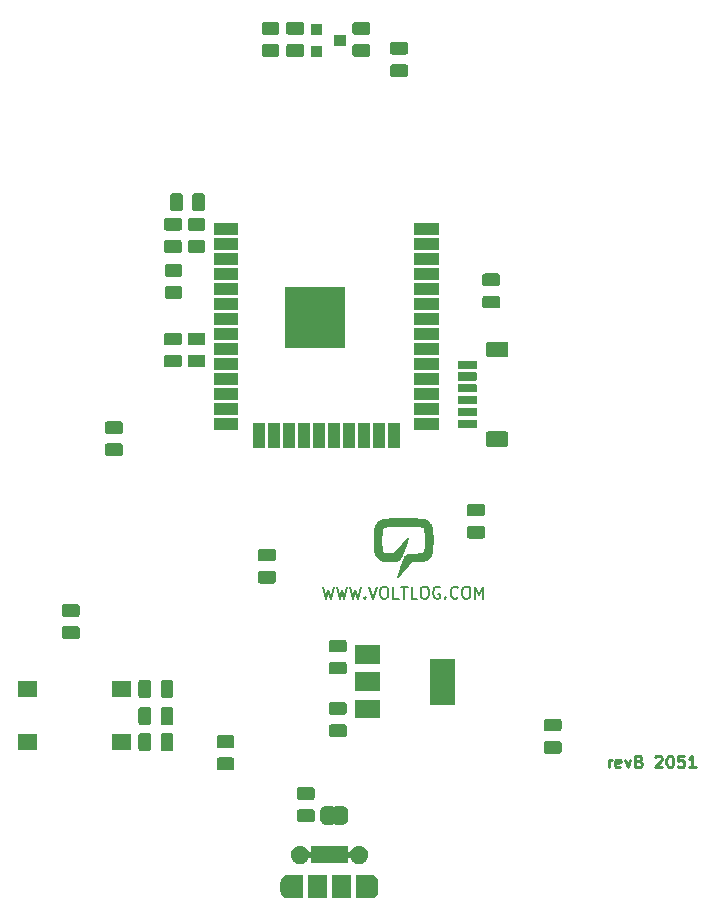
<source format=gbr>
G04 #@! TF.GenerationSoftware,KiCad,Pcbnew,(5.1.5)-3*
G04 #@! TF.CreationDate,2020-12-18T10:23:59+02:00*
G04 #@! TF.ProjectId,voltlog christmas tree,766f6c74-6c6f-4672-9063-68726973746d,rev?*
G04 #@! TF.SameCoordinates,Original*
G04 #@! TF.FileFunction,Soldermask,Top*
G04 #@! TF.FilePolarity,Negative*
%FSLAX46Y46*%
G04 Gerber Fmt 4.6, Leading zero omitted, Abs format (unit mm)*
G04 Created by KiCad (PCBNEW (5.1.5)-3) date 2020-12-18 10:23:59*
%MOMM*%
%LPD*%
G04 APERTURE LIST*
%ADD10C,0.200000*%
%ADD11C,0.250000*%
%ADD12C,0.010000*%
%ADD13C,0.100000*%
G04 APERTURE END LIST*
D10*
X138490476Y-114552380D02*
X138728571Y-115552380D01*
X138919047Y-114838095D01*
X139109523Y-115552380D01*
X139347619Y-114552380D01*
X139633333Y-114552380D02*
X139871428Y-115552380D01*
X140061904Y-114838095D01*
X140252380Y-115552380D01*
X140490476Y-114552380D01*
X140776190Y-114552380D02*
X141014285Y-115552380D01*
X141204761Y-114838095D01*
X141395238Y-115552380D01*
X141633333Y-114552380D01*
X142014285Y-115457142D02*
X142061904Y-115504761D01*
X142014285Y-115552380D01*
X141966666Y-115504761D01*
X142014285Y-115457142D01*
X142014285Y-115552380D01*
X142347619Y-114552380D02*
X142680952Y-115552380D01*
X143014285Y-114552380D01*
X143538095Y-114552380D02*
X143728571Y-114552380D01*
X143823809Y-114600000D01*
X143919047Y-114695238D01*
X143966666Y-114885714D01*
X143966666Y-115219047D01*
X143919047Y-115409523D01*
X143823809Y-115504761D01*
X143728571Y-115552380D01*
X143538095Y-115552380D01*
X143442857Y-115504761D01*
X143347619Y-115409523D01*
X143300000Y-115219047D01*
X143300000Y-114885714D01*
X143347619Y-114695238D01*
X143442857Y-114600000D01*
X143538095Y-114552380D01*
X144871428Y-115552380D02*
X144395238Y-115552380D01*
X144395238Y-114552380D01*
X145061904Y-114552380D02*
X145633333Y-114552380D01*
X145347619Y-115552380D02*
X145347619Y-114552380D01*
X146442857Y-115552380D02*
X145966666Y-115552380D01*
X145966666Y-114552380D01*
X146966666Y-114552380D02*
X147157142Y-114552380D01*
X147252380Y-114600000D01*
X147347619Y-114695238D01*
X147395238Y-114885714D01*
X147395238Y-115219047D01*
X147347619Y-115409523D01*
X147252380Y-115504761D01*
X147157142Y-115552380D01*
X146966666Y-115552380D01*
X146871428Y-115504761D01*
X146776190Y-115409523D01*
X146728571Y-115219047D01*
X146728571Y-114885714D01*
X146776190Y-114695238D01*
X146871428Y-114600000D01*
X146966666Y-114552380D01*
X148347619Y-114600000D02*
X148252380Y-114552380D01*
X148109523Y-114552380D01*
X147966666Y-114600000D01*
X147871428Y-114695238D01*
X147823809Y-114790476D01*
X147776190Y-114980952D01*
X147776190Y-115123809D01*
X147823809Y-115314285D01*
X147871428Y-115409523D01*
X147966666Y-115504761D01*
X148109523Y-115552380D01*
X148204761Y-115552380D01*
X148347619Y-115504761D01*
X148395238Y-115457142D01*
X148395238Y-115123809D01*
X148204761Y-115123809D01*
X148823809Y-115457142D02*
X148871428Y-115504761D01*
X148823809Y-115552380D01*
X148776190Y-115504761D01*
X148823809Y-115457142D01*
X148823809Y-115552380D01*
X149871428Y-115457142D02*
X149823809Y-115504761D01*
X149680952Y-115552380D01*
X149585714Y-115552380D01*
X149442857Y-115504761D01*
X149347619Y-115409523D01*
X149300000Y-115314285D01*
X149252380Y-115123809D01*
X149252380Y-114980952D01*
X149300000Y-114790476D01*
X149347619Y-114695238D01*
X149442857Y-114600000D01*
X149585714Y-114552380D01*
X149680952Y-114552380D01*
X149823809Y-114600000D01*
X149871428Y-114647619D01*
X150490476Y-114552380D02*
X150680952Y-114552380D01*
X150776190Y-114600000D01*
X150871428Y-114695238D01*
X150919047Y-114885714D01*
X150919047Y-115219047D01*
X150871428Y-115409523D01*
X150776190Y-115504761D01*
X150680952Y-115552380D01*
X150490476Y-115552380D01*
X150395238Y-115504761D01*
X150300000Y-115409523D01*
X150252380Y-115219047D01*
X150252380Y-114885714D01*
X150300000Y-114695238D01*
X150395238Y-114600000D01*
X150490476Y-114552380D01*
X151347619Y-115552380D02*
X151347619Y-114552380D01*
X151680952Y-115266666D01*
X152014285Y-114552380D01*
X152014285Y-115552380D01*
D11*
X162633333Y-129852380D02*
X162633333Y-129185714D01*
X162633333Y-129376190D02*
X162680952Y-129280952D01*
X162728571Y-129233333D01*
X162823809Y-129185714D01*
X162919047Y-129185714D01*
X163633333Y-129804761D02*
X163538095Y-129852380D01*
X163347619Y-129852380D01*
X163252380Y-129804761D01*
X163204761Y-129709523D01*
X163204761Y-129328571D01*
X163252380Y-129233333D01*
X163347619Y-129185714D01*
X163538095Y-129185714D01*
X163633333Y-129233333D01*
X163680952Y-129328571D01*
X163680952Y-129423809D01*
X163204761Y-129519047D01*
X164014285Y-129185714D02*
X164252380Y-129852380D01*
X164490476Y-129185714D01*
X165204761Y-129328571D02*
X165347619Y-129376190D01*
X165395238Y-129423809D01*
X165442857Y-129519047D01*
X165442857Y-129661904D01*
X165395238Y-129757142D01*
X165347619Y-129804761D01*
X165252380Y-129852380D01*
X164871428Y-129852380D01*
X164871428Y-128852380D01*
X165204761Y-128852380D01*
X165300000Y-128900000D01*
X165347619Y-128947619D01*
X165395238Y-129042857D01*
X165395238Y-129138095D01*
X165347619Y-129233333D01*
X165300000Y-129280952D01*
X165204761Y-129328571D01*
X164871428Y-129328571D01*
X166585714Y-128947619D02*
X166633333Y-128900000D01*
X166728571Y-128852380D01*
X166966666Y-128852380D01*
X167061904Y-128900000D01*
X167109523Y-128947619D01*
X167157142Y-129042857D01*
X167157142Y-129138095D01*
X167109523Y-129280952D01*
X166538095Y-129852380D01*
X167157142Y-129852380D01*
X167776190Y-128852380D02*
X167871428Y-128852380D01*
X167966666Y-128900000D01*
X168014285Y-128947619D01*
X168061904Y-129042857D01*
X168109523Y-129233333D01*
X168109523Y-129471428D01*
X168061904Y-129661904D01*
X168014285Y-129757142D01*
X167966666Y-129804761D01*
X167871428Y-129852380D01*
X167776190Y-129852380D01*
X167680952Y-129804761D01*
X167633333Y-129757142D01*
X167585714Y-129661904D01*
X167538095Y-129471428D01*
X167538095Y-129233333D01*
X167585714Y-129042857D01*
X167633333Y-128947619D01*
X167680952Y-128900000D01*
X167776190Y-128852380D01*
X169014285Y-128852380D02*
X168538095Y-128852380D01*
X168490476Y-129328571D01*
X168538095Y-129280952D01*
X168633333Y-129233333D01*
X168871428Y-129233333D01*
X168966666Y-129280952D01*
X169014285Y-129328571D01*
X169061904Y-129423809D01*
X169061904Y-129661904D01*
X169014285Y-129757142D01*
X168966666Y-129804761D01*
X168871428Y-129852380D01*
X168633333Y-129852380D01*
X168538095Y-129804761D01*
X168490476Y-129757142D01*
X170014285Y-129852380D02*
X169442857Y-129852380D01*
X169728571Y-129852380D02*
X169728571Y-128852380D01*
X169633333Y-128995238D01*
X169538095Y-129090476D01*
X169442857Y-129138095D01*
D12*
G36*
X145511837Y-108741409D02*
G01*
X145694951Y-108743844D01*
X145874586Y-108747684D01*
X146049156Y-108752961D01*
X146217078Y-108759706D01*
X146376764Y-108767950D01*
X146525080Y-108777610D01*
X146664072Y-108788780D01*
X146784954Y-108801099D01*
X146889933Y-108815300D01*
X146981213Y-108832118D01*
X147061001Y-108852286D01*
X147131503Y-108876539D01*
X147194925Y-108905610D01*
X147253471Y-108940234D01*
X147309350Y-108981144D01*
X147364765Y-109029075D01*
X147409000Y-109071720D01*
X147471282Y-109138124D01*
X147523181Y-109203586D01*
X147566070Y-109271269D01*
X147601325Y-109344337D01*
X147630318Y-109425956D01*
X147654423Y-109519290D01*
X147675015Y-109627503D01*
X147688229Y-109714912D01*
X147699270Y-109797763D01*
X147708451Y-109875422D01*
X147715927Y-109950906D01*
X147721857Y-110027230D01*
X147726396Y-110107410D01*
X147729703Y-110194461D01*
X147731934Y-110291398D01*
X147733246Y-110401239D01*
X147733797Y-110526997D01*
X147733838Y-110590640D01*
X147732935Y-110763480D01*
X147730209Y-110918365D01*
X147725483Y-111057591D01*
X147718586Y-111183456D01*
X147709342Y-111298255D01*
X147697579Y-111404287D01*
X147683121Y-111503848D01*
X147665796Y-111599235D01*
X147652858Y-111660340D01*
X147614479Y-111789532D01*
X147559922Y-111908875D01*
X147490517Y-112017044D01*
X147407592Y-112112715D01*
X147312475Y-112194564D01*
X147206494Y-112261266D01*
X147090979Y-112311498D01*
X146967257Y-112343935D01*
X146967040Y-112343974D01*
X146940216Y-112347694D01*
X146903492Y-112350771D01*
X146855278Y-112353247D01*
X146793983Y-112355166D01*
X146718015Y-112356571D01*
X146625785Y-112357505D01*
X146515701Y-112358013D01*
X146447184Y-112358125D01*
X146003528Y-112358480D01*
X145942920Y-112421980D01*
X145926237Y-112440079D01*
X145897399Y-112472086D01*
X145857633Y-112516614D01*
X145808166Y-112572278D01*
X145750223Y-112637691D01*
X145685030Y-112711468D01*
X145613814Y-112792224D01*
X145537802Y-112878573D01*
X145458218Y-112969128D01*
X145392270Y-113044280D01*
X145311142Y-113136723D01*
X145232933Y-113225708D01*
X145158827Y-113309898D01*
X145090007Y-113387953D01*
X145027659Y-113458533D01*
X144972965Y-113520300D01*
X144927111Y-113571914D01*
X144891279Y-113612037D01*
X144866654Y-113639329D01*
X144855515Y-113651340D01*
X144818575Y-113684040D01*
X144788343Y-113698380D01*
X144763708Y-113694755D01*
X144754192Y-113687408D01*
X144743293Y-113666853D01*
X144742000Y-113657758D01*
X144745278Y-113645232D01*
X144754721Y-113615277D01*
X144769738Y-113569631D01*
X144789740Y-113510029D01*
X144814137Y-113438209D01*
X144842340Y-113355906D01*
X144873759Y-113264858D01*
X144907804Y-113166800D01*
X144940532Y-113073050D01*
X144978930Y-112963310D01*
X145017285Y-112853638D01*
X145054719Y-112746550D01*
X145090352Y-112644563D01*
X145123306Y-112550196D01*
X145152700Y-112465965D01*
X145177657Y-112394387D01*
X145197296Y-112337979D01*
X145206059Y-112312760D01*
X145229139Y-112248031D01*
X145252824Y-112184720D01*
X145275354Y-112127313D01*
X145294968Y-112080299D01*
X145309682Y-112048600D01*
X145356002Y-111976291D01*
X145416834Y-111907494D01*
X145486489Y-111847908D01*
X145549720Y-111808061D01*
X145582191Y-111791487D01*
X145611798Y-111777785D01*
X145640849Y-111766681D01*
X145671654Y-111757901D01*
X145706520Y-111751170D01*
X145747755Y-111746214D01*
X145797668Y-111742759D01*
X145858567Y-111740530D01*
X145932760Y-111739253D01*
X146022557Y-111738654D01*
X146130264Y-111738458D01*
X146135386Y-111738454D01*
X146291386Y-111737851D01*
X146427756Y-111736245D01*
X146545159Y-111733605D01*
X146644262Y-111729897D01*
X146725730Y-111725089D01*
X146790229Y-111719149D01*
X146838424Y-111712044D01*
X146870981Y-111703742D01*
X146874541Y-111702398D01*
X146919736Y-111674826D01*
X146960367Y-111632590D01*
X146991626Y-111581344D01*
X147003130Y-111551203D01*
X147021581Y-111475825D01*
X147037650Y-111382711D01*
X147051303Y-111274312D01*
X147062507Y-111153075D01*
X147071228Y-111021451D01*
X147077433Y-110881887D01*
X147081087Y-110736832D01*
X147082158Y-110588737D01*
X147080611Y-110440048D01*
X147076414Y-110293217D01*
X147069533Y-110150690D01*
X147059933Y-110014918D01*
X147047582Y-109888349D01*
X147032446Y-109773432D01*
X147027899Y-109744848D01*
X147011860Y-109663583D01*
X146992270Y-109600036D01*
X146966694Y-109551635D01*
X146932693Y-109515809D01*
X146887832Y-109489986D01*
X146829673Y-109471596D01*
X146756201Y-109458127D01*
X146668925Y-109447387D01*
X146563293Y-109437658D01*
X146441247Y-109428958D01*
X146304728Y-109421304D01*
X146155676Y-109414714D01*
X145996033Y-109409204D01*
X145827739Y-109404793D01*
X145652734Y-109401497D01*
X145472960Y-109399335D01*
X145290358Y-109398324D01*
X145106868Y-109398480D01*
X144924431Y-109399823D01*
X144744988Y-109402368D01*
X144570480Y-109406134D01*
X144402847Y-109411138D01*
X144244030Y-109417397D01*
X144095970Y-109424929D01*
X143969840Y-109433076D01*
X143858592Y-109441923D01*
X143765775Y-109451669D01*
X143689499Y-109463449D01*
X143627875Y-109478400D01*
X143579016Y-109497659D01*
X143541033Y-109522363D01*
X143512036Y-109553648D01*
X143490138Y-109592651D01*
X143473449Y-109640508D01*
X143460081Y-109698356D01*
X143451780Y-109744848D01*
X143435894Y-109856185D01*
X143422801Y-109979834D01*
X143412467Y-110113345D01*
X143404858Y-110254271D01*
X143399941Y-110400162D01*
X143397683Y-110548571D01*
X143398049Y-110697047D01*
X143401007Y-110843143D01*
X143406523Y-110984410D01*
X143414563Y-111118399D01*
X143425094Y-111242662D01*
X143438082Y-111354749D01*
X143453494Y-111452213D01*
X143471296Y-111532604D01*
X143476521Y-111551108D01*
X143503863Y-111608451D01*
X143547188Y-111656265D01*
X143600600Y-111689553D01*
X143635447Y-111699910D01*
X143689539Y-111708780D01*
X143761850Y-111716090D01*
X143851356Y-111721770D01*
X143957031Y-111725749D01*
X144077849Y-111727957D01*
X144163753Y-111728409D01*
X144393226Y-111728560D01*
X144458701Y-111659980D01*
X144478063Y-111639075D01*
X144509265Y-111604599D01*
X144550775Y-111558275D01*
X144601061Y-111501831D01*
X144658588Y-111436992D01*
X144721825Y-111365483D01*
X144789237Y-111289031D01*
X144859293Y-111209361D01*
X144884548Y-111180585D01*
X144959401Y-111095257D01*
X145035528Y-111008480D01*
X145110858Y-110922613D01*
X145183321Y-110840018D01*
X145250846Y-110763054D01*
X145311364Y-110694081D01*
X145362803Y-110635458D01*
X145403094Y-110589546D01*
X145406008Y-110586225D01*
X145452300Y-110534205D01*
X145495421Y-110487109D01*
X145533201Y-110447201D01*
X145563468Y-110416744D01*
X145584053Y-110398000D01*
X145591120Y-110393206D01*
X145614597Y-110389747D01*
X145635772Y-110402401D01*
X145651037Y-110418972D01*
X145656400Y-110429441D01*
X145653133Y-110440385D01*
X145643754Y-110468661D01*
X145628896Y-110512437D01*
X145609191Y-110569876D01*
X145585271Y-110639145D01*
X145557768Y-110718408D01*
X145527315Y-110805830D01*
X145494545Y-110899577D01*
X145484501Y-110928246D01*
X145446614Y-111036390D01*
X145407091Y-111149302D01*
X145367172Y-111263428D01*
X145328099Y-111375215D01*
X145291114Y-111481111D01*
X145257459Y-111577561D01*
X145228374Y-111661014D01*
X145210567Y-111712189D01*
X145183566Y-111788559D01*
X145156980Y-111861358D01*
X145131959Y-111927615D01*
X145109654Y-111984356D01*
X145091216Y-112028607D01*
X145077794Y-112057396D01*
X145075125Y-112062225D01*
X145017263Y-112141466D01*
X144943747Y-112212327D01*
X144858501Y-112271869D01*
X144765451Y-112317152D01*
X144710256Y-112335503D01*
X144694653Y-112339385D01*
X144677071Y-112342668D01*
X144655764Y-112345401D01*
X144628988Y-112347634D01*
X144594996Y-112349415D01*
X144552043Y-112350795D01*
X144498385Y-112351822D01*
X144432276Y-112352545D01*
X144351970Y-112353014D01*
X144255722Y-112353279D01*
X144141788Y-112353388D01*
X144076520Y-112353400D01*
X143507560Y-112353400D01*
X143408565Y-112319118D01*
X143282889Y-112265572D01*
X143170456Y-112196651D01*
X143071514Y-112112577D01*
X142986313Y-112013572D01*
X142915103Y-111899856D01*
X142897854Y-111865720D01*
X142870768Y-111802597D01*
X142846841Y-111731552D01*
X142825669Y-111650557D01*
X142806847Y-111557584D01*
X142789971Y-111450608D01*
X142774635Y-111327601D01*
X142760435Y-111186536D01*
X142758919Y-111169760D01*
X142755151Y-111114497D01*
X142752009Y-111042043D01*
X142749494Y-110955517D01*
X142747606Y-110858037D01*
X142746345Y-110752723D01*
X142745711Y-110642693D01*
X142745703Y-110531067D01*
X142746323Y-110420964D01*
X142747569Y-110315502D01*
X142749442Y-110217800D01*
X142751942Y-110130978D01*
X142755069Y-110058154D01*
X142758823Y-110002448D01*
X142758919Y-110001360D01*
X142773468Y-109853721D01*
X142789356Y-109724327D01*
X142807201Y-109611114D01*
X142827623Y-109512018D01*
X142851239Y-109424976D01*
X142878670Y-109347925D01*
X142910534Y-109278802D01*
X142947450Y-109215543D01*
X142990037Y-109156085D01*
X143025138Y-109113808D01*
X143119071Y-109019712D01*
X143220673Y-108943852D01*
X143332051Y-108884921D01*
X143455316Y-108841611D01*
X143470627Y-108837501D01*
X143536007Y-108823521D01*
X143620099Y-108810512D01*
X143721320Y-108798504D01*
X143838083Y-108787529D01*
X143968804Y-108777618D01*
X144111898Y-108768801D01*
X144265778Y-108761110D01*
X144428861Y-108754576D01*
X144599561Y-108749230D01*
X144776293Y-108745104D01*
X144957472Y-108742227D01*
X145141512Y-108740632D01*
X145326829Y-108740349D01*
X145511837Y-108741409D01*
G37*
X145511837Y-108741409D02*
X145694951Y-108743844D01*
X145874586Y-108747684D01*
X146049156Y-108752961D01*
X146217078Y-108759706D01*
X146376764Y-108767950D01*
X146525080Y-108777610D01*
X146664072Y-108788780D01*
X146784954Y-108801099D01*
X146889933Y-108815300D01*
X146981213Y-108832118D01*
X147061001Y-108852286D01*
X147131503Y-108876539D01*
X147194925Y-108905610D01*
X147253471Y-108940234D01*
X147309350Y-108981144D01*
X147364765Y-109029075D01*
X147409000Y-109071720D01*
X147471282Y-109138124D01*
X147523181Y-109203586D01*
X147566070Y-109271269D01*
X147601325Y-109344337D01*
X147630318Y-109425956D01*
X147654423Y-109519290D01*
X147675015Y-109627503D01*
X147688229Y-109714912D01*
X147699270Y-109797763D01*
X147708451Y-109875422D01*
X147715927Y-109950906D01*
X147721857Y-110027230D01*
X147726396Y-110107410D01*
X147729703Y-110194461D01*
X147731934Y-110291398D01*
X147733246Y-110401239D01*
X147733797Y-110526997D01*
X147733838Y-110590640D01*
X147732935Y-110763480D01*
X147730209Y-110918365D01*
X147725483Y-111057591D01*
X147718586Y-111183456D01*
X147709342Y-111298255D01*
X147697579Y-111404287D01*
X147683121Y-111503848D01*
X147665796Y-111599235D01*
X147652858Y-111660340D01*
X147614479Y-111789532D01*
X147559922Y-111908875D01*
X147490517Y-112017044D01*
X147407592Y-112112715D01*
X147312475Y-112194564D01*
X147206494Y-112261266D01*
X147090979Y-112311498D01*
X146967257Y-112343935D01*
X146967040Y-112343974D01*
X146940216Y-112347694D01*
X146903492Y-112350771D01*
X146855278Y-112353247D01*
X146793983Y-112355166D01*
X146718015Y-112356571D01*
X146625785Y-112357505D01*
X146515701Y-112358013D01*
X146447184Y-112358125D01*
X146003528Y-112358480D01*
X145942920Y-112421980D01*
X145926237Y-112440079D01*
X145897399Y-112472086D01*
X145857633Y-112516614D01*
X145808166Y-112572278D01*
X145750223Y-112637691D01*
X145685030Y-112711468D01*
X145613814Y-112792224D01*
X145537802Y-112878573D01*
X145458218Y-112969128D01*
X145392270Y-113044280D01*
X145311142Y-113136723D01*
X145232933Y-113225708D01*
X145158827Y-113309898D01*
X145090007Y-113387953D01*
X145027659Y-113458533D01*
X144972965Y-113520300D01*
X144927111Y-113571914D01*
X144891279Y-113612037D01*
X144866654Y-113639329D01*
X144855515Y-113651340D01*
X144818575Y-113684040D01*
X144788343Y-113698380D01*
X144763708Y-113694755D01*
X144754192Y-113687408D01*
X144743293Y-113666853D01*
X144742000Y-113657758D01*
X144745278Y-113645232D01*
X144754721Y-113615277D01*
X144769738Y-113569631D01*
X144789740Y-113510029D01*
X144814137Y-113438209D01*
X144842340Y-113355906D01*
X144873759Y-113264858D01*
X144907804Y-113166800D01*
X144940532Y-113073050D01*
X144978930Y-112963310D01*
X145017285Y-112853638D01*
X145054719Y-112746550D01*
X145090352Y-112644563D01*
X145123306Y-112550196D01*
X145152700Y-112465965D01*
X145177657Y-112394387D01*
X145197296Y-112337979D01*
X145206059Y-112312760D01*
X145229139Y-112248031D01*
X145252824Y-112184720D01*
X145275354Y-112127313D01*
X145294968Y-112080299D01*
X145309682Y-112048600D01*
X145356002Y-111976291D01*
X145416834Y-111907494D01*
X145486489Y-111847908D01*
X145549720Y-111808061D01*
X145582191Y-111791487D01*
X145611798Y-111777785D01*
X145640849Y-111766681D01*
X145671654Y-111757901D01*
X145706520Y-111751170D01*
X145747755Y-111746214D01*
X145797668Y-111742759D01*
X145858567Y-111740530D01*
X145932760Y-111739253D01*
X146022557Y-111738654D01*
X146130264Y-111738458D01*
X146135386Y-111738454D01*
X146291386Y-111737851D01*
X146427756Y-111736245D01*
X146545159Y-111733605D01*
X146644262Y-111729897D01*
X146725730Y-111725089D01*
X146790229Y-111719149D01*
X146838424Y-111712044D01*
X146870981Y-111703742D01*
X146874541Y-111702398D01*
X146919736Y-111674826D01*
X146960367Y-111632590D01*
X146991626Y-111581344D01*
X147003130Y-111551203D01*
X147021581Y-111475825D01*
X147037650Y-111382711D01*
X147051303Y-111274312D01*
X147062507Y-111153075D01*
X147071228Y-111021451D01*
X147077433Y-110881887D01*
X147081087Y-110736832D01*
X147082158Y-110588737D01*
X147080611Y-110440048D01*
X147076414Y-110293217D01*
X147069533Y-110150690D01*
X147059933Y-110014918D01*
X147047582Y-109888349D01*
X147032446Y-109773432D01*
X147027899Y-109744848D01*
X147011860Y-109663583D01*
X146992270Y-109600036D01*
X146966694Y-109551635D01*
X146932693Y-109515809D01*
X146887832Y-109489986D01*
X146829673Y-109471596D01*
X146756201Y-109458127D01*
X146668925Y-109447387D01*
X146563293Y-109437658D01*
X146441247Y-109428958D01*
X146304728Y-109421304D01*
X146155676Y-109414714D01*
X145996033Y-109409204D01*
X145827739Y-109404793D01*
X145652734Y-109401497D01*
X145472960Y-109399335D01*
X145290358Y-109398324D01*
X145106868Y-109398480D01*
X144924431Y-109399823D01*
X144744988Y-109402368D01*
X144570480Y-109406134D01*
X144402847Y-109411138D01*
X144244030Y-109417397D01*
X144095970Y-109424929D01*
X143969840Y-109433076D01*
X143858592Y-109441923D01*
X143765775Y-109451669D01*
X143689499Y-109463449D01*
X143627875Y-109478400D01*
X143579016Y-109497659D01*
X143541033Y-109522363D01*
X143512036Y-109553648D01*
X143490138Y-109592651D01*
X143473449Y-109640508D01*
X143460081Y-109698356D01*
X143451780Y-109744848D01*
X143435894Y-109856185D01*
X143422801Y-109979834D01*
X143412467Y-110113345D01*
X143404858Y-110254271D01*
X143399941Y-110400162D01*
X143397683Y-110548571D01*
X143398049Y-110697047D01*
X143401007Y-110843143D01*
X143406523Y-110984410D01*
X143414563Y-111118399D01*
X143425094Y-111242662D01*
X143438082Y-111354749D01*
X143453494Y-111452213D01*
X143471296Y-111532604D01*
X143476521Y-111551108D01*
X143503863Y-111608451D01*
X143547188Y-111656265D01*
X143600600Y-111689553D01*
X143635447Y-111699910D01*
X143689539Y-111708780D01*
X143761850Y-111716090D01*
X143851356Y-111721770D01*
X143957031Y-111725749D01*
X144077849Y-111727957D01*
X144163753Y-111728409D01*
X144393226Y-111728560D01*
X144458701Y-111659980D01*
X144478063Y-111639075D01*
X144509265Y-111604599D01*
X144550775Y-111558275D01*
X144601061Y-111501831D01*
X144658588Y-111436992D01*
X144721825Y-111365483D01*
X144789237Y-111289031D01*
X144859293Y-111209361D01*
X144884548Y-111180585D01*
X144959401Y-111095257D01*
X145035528Y-111008480D01*
X145110858Y-110922613D01*
X145183321Y-110840018D01*
X145250846Y-110763054D01*
X145311364Y-110694081D01*
X145362803Y-110635458D01*
X145403094Y-110589546D01*
X145406008Y-110586225D01*
X145452300Y-110534205D01*
X145495421Y-110487109D01*
X145533201Y-110447201D01*
X145563468Y-110416744D01*
X145584053Y-110398000D01*
X145591120Y-110393206D01*
X145614597Y-110389747D01*
X145635772Y-110402401D01*
X145651037Y-110418972D01*
X145656400Y-110429441D01*
X145653133Y-110440385D01*
X145643754Y-110468661D01*
X145628896Y-110512437D01*
X145609191Y-110569876D01*
X145585271Y-110639145D01*
X145557768Y-110718408D01*
X145527315Y-110805830D01*
X145494545Y-110899577D01*
X145484501Y-110928246D01*
X145446614Y-111036390D01*
X145407091Y-111149302D01*
X145367172Y-111263428D01*
X145328099Y-111375215D01*
X145291114Y-111481111D01*
X145257459Y-111577561D01*
X145228374Y-111661014D01*
X145210567Y-111712189D01*
X145183566Y-111788559D01*
X145156980Y-111861358D01*
X145131959Y-111927615D01*
X145109654Y-111984356D01*
X145091216Y-112028607D01*
X145077794Y-112057396D01*
X145075125Y-112062225D01*
X145017263Y-112141466D01*
X144943747Y-112212327D01*
X144858501Y-112271869D01*
X144765451Y-112317152D01*
X144710256Y-112335503D01*
X144694653Y-112339385D01*
X144677071Y-112342668D01*
X144655764Y-112345401D01*
X144628988Y-112347634D01*
X144594996Y-112349415D01*
X144552043Y-112350795D01*
X144498385Y-112351822D01*
X144432276Y-112352545D01*
X144351970Y-112353014D01*
X144255722Y-112353279D01*
X144141788Y-112353388D01*
X144076520Y-112353400D01*
X143507560Y-112353400D01*
X143408565Y-112319118D01*
X143282889Y-112265572D01*
X143170456Y-112196651D01*
X143071514Y-112112577D01*
X142986313Y-112013572D01*
X142915103Y-111899856D01*
X142897854Y-111865720D01*
X142870768Y-111802597D01*
X142846841Y-111731552D01*
X142825669Y-111650557D01*
X142806847Y-111557584D01*
X142789971Y-111450608D01*
X142774635Y-111327601D01*
X142760435Y-111186536D01*
X142758919Y-111169760D01*
X142755151Y-111114497D01*
X142752009Y-111042043D01*
X142749494Y-110955517D01*
X142747606Y-110858037D01*
X142746345Y-110752723D01*
X142745711Y-110642693D01*
X142745703Y-110531067D01*
X142746323Y-110420964D01*
X142747569Y-110315502D01*
X142749442Y-110217800D01*
X142751942Y-110130978D01*
X142755069Y-110058154D01*
X142758823Y-110002448D01*
X142758919Y-110001360D01*
X142773468Y-109853721D01*
X142789356Y-109724327D01*
X142807201Y-109611114D01*
X142827623Y-109512018D01*
X142851239Y-109424976D01*
X142878670Y-109347925D01*
X142910534Y-109278802D01*
X142947450Y-109215543D01*
X142990037Y-109156085D01*
X143025138Y-109113808D01*
X143119071Y-109019712D01*
X143220673Y-108943852D01*
X143332051Y-108884921D01*
X143455316Y-108841611D01*
X143470627Y-108837501D01*
X143536007Y-108823521D01*
X143620099Y-108810512D01*
X143721320Y-108798504D01*
X143838083Y-108787529D01*
X143968804Y-108777618D01*
X144111898Y-108768801D01*
X144265778Y-108761110D01*
X144428861Y-108754576D01*
X144599561Y-108749230D01*
X144776293Y-108745104D01*
X144957472Y-108742227D01*
X145141512Y-108740632D01*
X145326829Y-108740349D01*
X145511837Y-108741409D01*
D13*
G36*
X135525862Y-138935898D02*
G01*
X135538114Y-138936500D01*
X136751000Y-138936500D01*
X136751000Y-140938500D01*
X135538114Y-140938500D01*
X135525862Y-140939102D01*
X135500000Y-140941649D01*
X135474138Y-140939102D01*
X135461886Y-140938500D01*
X135388594Y-140938500D01*
X135371836Y-140929543D01*
X135360299Y-140925415D01*
X135275307Y-140899632D01*
X135249664Y-140891854D01*
X135136575Y-140831406D01*
X135037447Y-140750054D01*
X134956094Y-140650924D01*
X134895646Y-140537835D01*
X134885960Y-140505903D01*
X134858420Y-140415117D01*
X134849000Y-140319472D01*
X134849000Y-139555527D01*
X134858420Y-139459882D01*
X134895645Y-139337168D01*
X134956096Y-139224074D01*
X135037447Y-139124946D01*
X135136576Y-139043594D01*
X135249666Y-138983146D01*
X135249669Y-138983145D01*
X135360290Y-138949588D01*
X135382925Y-138940212D01*
X135388481Y-138936500D01*
X135461886Y-138936500D01*
X135474138Y-138935898D01*
X135500000Y-138933351D01*
X135525862Y-138935898D01*
G37*
G36*
X142525862Y-138935898D02*
G01*
X142538114Y-138936500D01*
X142611406Y-138936500D01*
X142628164Y-138945457D01*
X142639707Y-138949587D01*
X142750331Y-138983145D01*
X142750334Y-138983146D01*
X142863424Y-139043594D01*
X142962554Y-139124947D01*
X143043906Y-139224075D01*
X143104354Y-139337164D01*
X143114040Y-139369096D01*
X143141580Y-139459882D01*
X143151000Y-139555527D01*
X143151000Y-140319473D01*
X143141580Y-140415118D01*
X143114040Y-140505904D01*
X143104354Y-140537836D01*
X143043906Y-140650925D01*
X142962554Y-140750054D01*
X142863425Y-140831406D01*
X142750336Y-140891854D01*
X142724693Y-140899632D01*
X142639708Y-140925413D01*
X142617075Y-140934787D01*
X142611518Y-140938500D01*
X142538114Y-140938500D01*
X142525862Y-140939102D01*
X142500000Y-140941649D01*
X142474138Y-140939102D01*
X142461886Y-140938500D01*
X141249000Y-140938500D01*
X141249000Y-138936500D01*
X142461886Y-138936500D01*
X142474138Y-138935898D01*
X142500000Y-138933351D01*
X142525862Y-138935898D01*
G37*
G36*
X140801000Y-140938500D02*
G01*
X139199000Y-140938500D01*
X139199000Y-138936500D01*
X140801000Y-138936500D01*
X140801000Y-140938500D01*
G37*
G36*
X138801000Y-140938500D02*
G01*
X137199000Y-140938500D01*
X137199000Y-138936500D01*
X138801000Y-138936500D01*
X138801000Y-140938500D01*
G37*
G36*
X136726348Y-136491320D02*
G01*
X136726350Y-136491321D01*
X136726351Y-136491321D01*
X136867574Y-136549817D01*
X136867577Y-136549819D01*
X136994669Y-136634739D01*
X137102761Y-136742831D01*
X137159375Y-136827560D01*
X137187683Y-136869926D01*
X137208517Y-136920225D01*
X137220068Y-136941836D01*
X137235614Y-136960778D01*
X137254556Y-136976323D01*
X137276166Y-136987874D01*
X137299615Y-136994987D01*
X137324001Y-136997389D01*
X137348387Y-136994987D01*
X137371836Y-136987874D01*
X137393447Y-136976323D01*
X137412389Y-136960777D01*
X137427934Y-136941835D01*
X137439485Y-136920225D01*
X137446598Y-136896776D01*
X137449000Y-136872390D01*
X137449000Y-136511500D01*
X140551000Y-136511500D01*
X140551000Y-136872390D01*
X140553402Y-136896776D01*
X140560515Y-136920225D01*
X140572066Y-136941836D01*
X140587611Y-136960778D01*
X140606553Y-136976323D01*
X140628164Y-136987874D01*
X140651613Y-136994987D01*
X140675999Y-136997389D01*
X140700385Y-136994987D01*
X140723834Y-136987874D01*
X140745445Y-136976323D01*
X140764387Y-136960778D01*
X140779932Y-136941836D01*
X140791483Y-136920225D01*
X140812317Y-136869926D01*
X140840625Y-136827560D01*
X140897239Y-136742831D01*
X141005331Y-136634739D01*
X141132423Y-136549819D01*
X141132426Y-136549817D01*
X141273649Y-136491321D01*
X141273650Y-136491321D01*
X141273652Y-136491320D01*
X141423569Y-136461500D01*
X141576431Y-136461500D01*
X141726348Y-136491320D01*
X141726350Y-136491321D01*
X141726351Y-136491321D01*
X141867574Y-136549817D01*
X141867577Y-136549819D01*
X141994669Y-136634739D01*
X142102761Y-136742831D01*
X142187681Y-136869923D01*
X142187683Y-136869926D01*
X142246179Y-137011149D01*
X142276000Y-137161071D01*
X142276000Y-137313929D01*
X142246179Y-137463851D01*
X142187683Y-137605074D01*
X142187682Y-137605075D01*
X142187681Y-137605077D01*
X142102761Y-137732169D01*
X141994669Y-137840261D01*
X141867577Y-137925181D01*
X141867574Y-137925183D01*
X141726351Y-137983679D01*
X141726350Y-137983679D01*
X141726348Y-137983680D01*
X141576431Y-138013500D01*
X141423569Y-138013500D01*
X141273652Y-137983680D01*
X141273650Y-137983679D01*
X141273649Y-137983679D01*
X141132426Y-137925183D01*
X141132423Y-137925181D01*
X141005331Y-137840261D01*
X140897239Y-137732169D01*
X140812318Y-137605075D01*
X140812317Y-137605074D01*
X140791481Y-137554772D01*
X140779932Y-137533164D01*
X140764386Y-137514222D01*
X140745444Y-137498677D01*
X140723834Y-137487126D01*
X140700385Y-137480013D01*
X140675999Y-137477611D01*
X140651613Y-137480013D01*
X140628164Y-137487126D01*
X140606553Y-137498677D01*
X140587611Y-137514223D01*
X140572066Y-137533165D01*
X140560515Y-137554775D01*
X140553402Y-137578224D01*
X140551000Y-137602610D01*
X140551000Y-137963500D01*
X137449000Y-137963500D01*
X137449000Y-137602610D01*
X137446598Y-137578224D01*
X137439485Y-137554775D01*
X137427934Y-137533164D01*
X137412389Y-137514222D01*
X137393447Y-137498677D01*
X137371836Y-137487126D01*
X137348387Y-137480013D01*
X137324001Y-137477611D01*
X137299615Y-137480013D01*
X137276166Y-137487126D01*
X137254555Y-137498677D01*
X137235613Y-137514222D01*
X137220068Y-137533164D01*
X137208519Y-137554772D01*
X137187683Y-137605074D01*
X137187682Y-137605075D01*
X137102761Y-137732169D01*
X136994669Y-137840261D01*
X136867577Y-137925181D01*
X136867574Y-137925183D01*
X136726351Y-137983679D01*
X136726350Y-137983679D01*
X136726348Y-137983680D01*
X136576431Y-138013500D01*
X136423569Y-138013500D01*
X136273652Y-137983680D01*
X136273650Y-137983679D01*
X136273649Y-137983679D01*
X136132426Y-137925183D01*
X136132423Y-137925181D01*
X136005331Y-137840261D01*
X135897239Y-137732169D01*
X135812319Y-137605077D01*
X135812318Y-137605075D01*
X135812317Y-137605074D01*
X135753821Y-137463851D01*
X135724000Y-137313929D01*
X135724000Y-137161071D01*
X135753821Y-137011149D01*
X135812317Y-136869926D01*
X135812319Y-136869923D01*
X135897239Y-136742831D01*
X136005331Y-136634739D01*
X136132423Y-136549819D01*
X136132426Y-136549817D01*
X136273649Y-136491321D01*
X136273650Y-136491321D01*
X136273652Y-136491320D01*
X136423569Y-136461500D01*
X136576431Y-136461500D01*
X136726348Y-136491320D01*
G37*
G36*
X139259999Y-133099737D02*
G01*
X139269608Y-133102652D01*
X139278472Y-133107390D01*
X139286237Y-133113763D01*
X139296448Y-133126206D01*
X139303378Y-133136575D01*
X139320705Y-133153902D01*
X139341080Y-133167515D01*
X139363720Y-133176891D01*
X139387753Y-133181671D01*
X139412257Y-133181670D01*
X139436290Y-133176888D01*
X139458929Y-133167510D01*
X139479302Y-133153895D01*
X139496629Y-133136568D01*
X139503558Y-133126198D01*
X139513763Y-133113763D01*
X139521528Y-133107390D01*
X139530392Y-133102652D01*
X139540001Y-133099737D01*
X139556140Y-133098148D01*
X140043861Y-133098148D01*
X140062199Y-133099954D01*
X140074450Y-133100556D01*
X140092869Y-133100556D01*
X140115149Y-133102750D01*
X140199233Y-133119476D01*
X140220660Y-133125976D01*
X140299858Y-133158780D01*
X140305303Y-133161691D01*
X140305309Y-133161693D01*
X140314169Y-133166429D01*
X140314173Y-133166432D01*
X140319614Y-133169340D01*
X140390899Y-133216971D01*
X140408204Y-133231172D01*
X140468828Y-133291796D01*
X140483029Y-133309101D01*
X140530660Y-133380386D01*
X140533568Y-133385827D01*
X140533571Y-133385831D01*
X140538307Y-133394691D01*
X140538309Y-133394697D01*
X140541220Y-133400142D01*
X140574024Y-133479340D01*
X140580524Y-133500767D01*
X140597250Y-133584851D01*
X140599444Y-133607131D01*
X140599444Y-133625550D01*
X140600046Y-133637801D01*
X140601852Y-133656139D01*
X140601852Y-134143862D01*
X140600046Y-134162199D01*
X140599444Y-134174450D01*
X140599444Y-134192869D01*
X140597250Y-134215149D01*
X140580524Y-134299233D01*
X140574024Y-134320660D01*
X140541220Y-134399858D01*
X140538309Y-134405303D01*
X140538307Y-134405309D01*
X140533571Y-134414169D01*
X140533568Y-134414173D01*
X140530660Y-134419614D01*
X140483029Y-134490899D01*
X140468828Y-134508204D01*
X140408204Y-134568828D01*
X140390899Y-134583029D01*
X140319614Y-134630660D01*
X140314173Y-134633568D01*
X140314169Y-134633571D01*
X140305309Y-134638307D01*
X140305303Y-134638309D01*
X140299858Y-134641220D01*
X140220660Y-134674024D01*
X140199233Y-134680524D01*
X140115149Y-134697250D01*
X140092869Y-134699444D01*
X140074450Y-134699444D01*
X140062199Y-134700046D01*
X140043862Y-134701852D01*
X139556140Y-134701852D01*
X139540001Y-134700263D01*
X139530392Y-134697348D01*
X139521528Y-134692610D01*
X139513763Y-134686237D01*
X139503552Y-134673794D01*
X139496622Y-134663425D01*
X139479295Y-134646098D01*
X139458920Y-134632485D01*
X139436280Y-134623109D01*
X139412247Y-134618329D01*
X139387743Y-134618330D01*
X139363710Y-134623112D01*
X139341071Y-134632490D01*
X139320698Y-134646105D01*
X139303371Y-134663432D01*
X139296442Y-134673802D01*
X139286237Y-134686237D01*
X139278472Y-134692610D01*
X139269608Y-134697348D01*
X139259999Y-134700263D01*
X139243860Y-134701852D01*
X138756138Y-134701852D01*
X138737801Y-134700046D01*
X138725550Y-134699444D01*
X138707131Y-134699444D01*
X138684851Y-134697250D01*
X138600767Y-134680524D01*
X138579340Y-134674024D01*
X138500142Y-134641220D01*
X138494697Y-134638309D01*
X138494691Y-134638307D01*
X138485831Y-134633571D01*
X138485827Y-134633568D01*
X138480386Y-134630660D01*
X138409101Y-134583029D01*
X138391796Y-134568828D01*
X138331172Y-134508204D01*
X138316971Y-134490899D01*
X138269340Y-134419614D01*
X138266432Y-134414173D01*
X138266429Y-134414169D01*
X138261693Y-134405309D01*
X138261691Y-134405303D01*
X138258780Y-134399858D01*
X138225976Y-134320660D01*
X138219476Y-134299233D01*
X138202750Y-134215149D01*
X138200556Y-134192869D01*
X138200556Y-134174450D01*
X138199954Y-134162199D01*
X138198148Y-134143862D01*
X138198148Y-133656139D01*
X138199954Y-133637801D01*
X138200556Y-133625550D01*
X138200556Y-133607131D01*
X138202750Y-133584851D01*
X138219476Y-133500767D01*
X138225976Y-133479340D01*
X138258780Y-133400142D01*
X138261691Y-133394697D01*
X138261693Y-133394691D01*
X138266429Y-133385831D01*
X138266432Y-133385827D01*
X138269340Y-133380386D01*
X138316971Y-133309101D01*
X138331172Y-133291796D01*
X138391796Y-133231172D01*
X138409101Y-133216971D01*
X138480386Y-133169340D01*
X138485827Y-133166432D01*
X138485831Y-133166429D01*
X138494691Y-133161693D01*
X138494697Y-133161691D01*
X138500142Y-133158780D01*
X138579340Y-133125976D01*
X138600767Y-133119476D01*
X138684851Y-133102750D01*
X138707131Y-133100556D01*
X138725550Y-133100556D01*
X138737801Y-133099954D01*
X138756139Y-133098148D01*
X139243860Y-133098148D01*
X139259999Y-133099737D01*
G37*
G36*
X137584468Y-133403565D02*
G01*
X137623138Y-133415296D01*
X137658777Y-133434346D01*
X137690017Y-133459983D01*
X137715654Y-133491223D01*
X137734704Y-133526862D01*
X137746435Y-133565532D01*
X137751000Y-133611888D01*
X137751000Y-134263112D01*
X137746435Y-134309468D01*
X137734704Y-134348138D01*
X137715654Y-134383777D01*
X137690017Y-134415017D01*
X137658777Y-134440654D01*
X137623138Y-134459704D01*
X137584468Y-134471435D01*
X137538112Y-134476000D01*
X136461888Y-134476000D01*
X136415532Y-134471435D01*
X136376862Y-134459704D01*
X136341223Y-134440654D01*
X136309983Y-134415017D01*
X136284346Y-134383777D01*
X136265296Y-134348138D01*
X136253565Y-134309468D01*
X136249000Y-134263112D01*
X136249000Y-133611888D01*
X136253565Y-133565532D01*
X136265296Y-133526862D01*
X136284346Y-133491223D01*
X136309983Y-133459983D01*
X136341223Y-133434346D01*
X136376862Y-133415296D01*
X136415532Y-133403565D01*
X136461888Y-133399000D01*
X137538112Y-133399000D01*
X137584468Y-133403565D01*
G37*
G36*
X137584468Y-131528565D02*
G01*
X137623138Y-131540296D01*
X137658777Y-131559346D01*
X137690017Y-131584983D01*
X137715654Y-131616223D01*
X137734704Y-131651862D01*
X137746435Y-131690532D01*
X137751000Y-131736888D01*
X137751000Y-132388112D01*
X137746435Y-132434468D01*
X137734704Y-132473138D01*
X137715654Y-132508777D01*
X137690017Y-132540017D01*
X137658777Y-132565654D01*
X137623138Y-132584704D01*
X137584468Y-132596435D01*
X137538112Y-132601000D01*
X136461888Y-132601000D01*
X136415532Y-132596435D01*
X136376862Y-132584704D01*
X136341223Y-132565654D01*
X136309983Y-132540017D01*
X136284346Y-132508777D01*
X136265296Y-132473138D01*
X136253565Y-132434468D01*
X136249000Y-132388112D01*
X136249000Y-131736888D01*
X136253565Y-131690532D01*
X136265296Y-131651862D01*
X136284346Y-131616223D01*
X136309983Y-131584983D01*
X136341223Y-131559346D01*
X136376862Y-131540296D01*
X136415532Y-131528565D01*
X136461888Y-131524000D01*
X137538112Y-131524000D01*
X137584468Y-131528565D01*
G37*
G36*
X130784468Y-129003565D02*
G01*
X130823138Y-129015296D01*
X130858777Y-129034346D01*
X130890017Y-129059983D01*
X130915654Y-129091223D01*
X130934704Y-129126862D01*
X130946435Y-129165532D01*
X130951000Y-129211888D01*
X130951000Y-129863112D01*
X130946435Y-129909468D01*
X130934704Y-129948138D01*
X130915654Y-129983777D01*
X130890017Y-130015017D01*
X130858777Y-130040654D01*
X130823138Y-130059704D01*
X130784468Y-130071435D01*
X130738112Y-130076000D01*
X129661888Y-130076000D01*
X129615532Y-130071435D01*
X129576862Y-130059704D01*
X129541223Y-130040654D01*
X129509983Y-130015017D01*
X129484346Y-129983777D01*
X129465296Y-129948138D01*
X129453565Y-129909468D01*
X129449000Y-129863112D01*
X129449000Y-129211888D01*
X129453565Y-129165532D01*
X129465296Y-129126862D01*
X129484346Y-129091223D01*
X129509983Y-129059983D01*
X129541223Y-129034346D01*
X129576862Y-129015296D01*
X129615532Y-129003565D01*
X129661888Y-128999000D01*
X130738112Y-128999000D01*
X130784468Y-129003565D01*
G37*
G36*
X158484468Y-127603565D02*
G01*
X158523138Y-127615296D01*
X158558777Y-127634346D01*
X158590017Y-127659983D01*
X158615654Y-127691223D01*
X158634704Y-127726862D01*
X158646435Y-127765532D01*
X158651000Y-127811888D01*
X158651000Y-128463112D01*
X158646435Y-128509468D01*
X158634704Y-128548138D01*
X158615654Y-128583777D01*
X158590017Y-128615017D01*
X158558777Y-128640654D01*
X158523138Y-128659704D01*
X158484468Y-128671435D01*
X158438112Y-128676000D01*
X157361888Y-128676000D01*
X157315532Y-128671435D01*
X157276862Y-128659704D01*
X157241223Y-128640654D01*
X157209983Y-128615017D01*
X157184346Y-128583777D01*
X157165296Y-128548138D01*
X157153565Y-128509468D01*
X157149000Y-128463112D01*
X157149000Y-127811888D01*
X157153565Y-127765532D01*
X157165296Y-127726862D01*
X157184346Y-127691223D01*
X157209983Y-127659983D01*
X157241223Y-127634346D01*
X157276862Y-127615296D01*
X157315532Y-127603565D01*
X157361888Y-127599000D01*
X158438112Y-127599000D01*
X158484468Y-127603565D01*
G37*
G36*
X125609468Y-126953565D02*
G01*
X125648138Y-126965296D01*
X125683777Y-126984346D01*
X125715017Y-127009983D01*
X125740654Y-127041223D01*
X125759704Y-127076862D01*
X125771435Y-127115532D01*
X125776000Y-127161888D01*
X125776000Y-128238112D01*
X125771435Y-128284468D01*
X125759704Y-128323138D01*
X125740654Y-128358777D01*
X125715017Y-128390017D01*
X125683777Y-128415654D01*
X125648138Y-128434704D01*
X125609468Y-128446435D01*
X125563112Y-128451000D01*
X124911888Y-128451000D01*
X124865532Y-128446435D01*
X124826862Y-128434704D01*
X124791223Y-128415654D01*
X124759983Y-128390017D01*
X124734346Y-128358777D01*
X124715296Y-128323138D01*
X124703565Y-128284468D01*
X124699000Y-128238112D01*
X124699000Y-127161888D01*
X124703565Y-127115532D01*
X124715296Y-127076862D01*
X124734346Y-127041223D01*
X124759983Y-127009983D01*
X124791223Y-126984346D01*
X124826862Y-126965296D01*
X124865532Y-126953565D01*
X124911888Y-126949000D01*
X125563112Y-126949000D01*
X125609468Y-126953565D01*
G37*
G36*
X123734468Y-126953565D02*
G01*
X123773138Y-126965296D01*
X123808777Y-126984346D01*
X123840017Y-127009983D01*
X123865654Y-127041223D01*
X123884704Y-127076862D01*
X123896435Y-127115532D01*
X123901000Y-127161888D01*
X123901000Y-128238112D01*
X123896435Y-128284468D01*
X123884704Y-128323138D01*
X123865654Y-128358777D01*
X123840017Y-128390017D01*
X123808777Y-128415654D01*
X123773138Y-128434704D01*
X123734468Y-128446435D01*
X123688112Y-128451000D01*
X123036888Y-128451000D01*
X122990532Y-128446435D01*
X122951862Y-128434704D01*
X122916223Y-128415654D01*
X122884983Y-128390017D01*
X122859346Y-128358777D01*
X122840296Y-128323138D01*
X122828565Y-128284468D01*
X122824000Y-128238112D01*
X122824000Y-127161888D01*
X122828565Y-127115532D01*
X122840296Y-127076862D01*
X122859346Y-127041223D01*
X122884983Y-127009983D01*
X122916223Y-126984346D01*
X122951862Y-126965296D01*
X122990532Y-126953565D01*
X123036888Y-126949000D01*
X123688112Y-126949000D01*
X123734468Y-126953565D01*
G37*
G36*
X122201000Y-128401000D02*
G01*
X120549000Y-128401000D01*
X120549000Y-126999000D01*
X122201000Y-126999000D01*
X122201000Y-128401000D01*
G37*
G36*
X114251000Y-128401000D02*
G01*
X112599000Y-128401000D01*
X112599000Y-126999000D01*
X114251000Y-126999000D01*
X114251000Y-128401000D01*
G37*
G36*
X130784468Y-127128565D02*
G01*
X130823138Y-127140296D01*
X130858777Y-127159346D01*
X130890017Y-127184983D01*
X130915654Y-127216223D01*
X130934704Y-127251862D01*
X130946435Y-127290532D01*
X130951000Y-127336888D01*
X130951000Y-127988112D01*
X130946435Y-128034468D01*
X130934704Y-128073138D01*
X130915654Y-128108777D01*
X130890017Y-128140017D01*
X130858777Y-128165654D01*
X130823138Y-128184704D01*
X130784468Y-128196435D01*
X130738112Y-128201000D01*
X129661888Y-128201000D01*
X129615532Y-128196435D01*
X129576862Y-128184704D01*
X129541223Y-128165654D01*
X129509983Y-128140017D01*
X129484346Y-128108777D01*
X129465296Y-128073138D01*
X129453565Y-128034468D01*
X129449000Y-127988112D01*
X129449000Y-127336888D01*
X129453565Y-127290532D01*
X129465296Y-127251862D01*
X129484346Y-127216223D01*
X129509983Y-127184983D01*
X129541223Y-127159346D01*
X129576862Y-127140296D01*
X129615532Y-127128565D01*
X129661888Y-127124000D01*
X130738112Y-127124000D01*
X130784468Y-127128565D01*
G37*
G36*
X140284468Y-126203565D02*
G01*
X140323138Y-126215296D01*
X140358777Y-126234346D01*
X140390017Y-126259983D01*
X140415654Y-126291223D01*
X140434704Y-126326862D01*
X140446435Y-126365532D01*
X140451000Y-126411888D01*
X140451000Y-127063112D01*
X140446435Y-127109468D01*
X140434704Y-127148138D01*
X140415654Y-127183777D01*
X140390017Y-127215017D01*
X140358777Y-127240654D01*
X140323138Y-127259704D01*
X140284468Y-127271435D01*
X140238112Y-127276000D01*
X139161888Y-127276000D01*
X139115532Y-127271435D01*
X139076862Y-127259704D01*
X139041223Y-127240654D01*
X139009983Y-127215017D01*
X138984346Y-127183777D01*
X138965296Y-127148138D01*
X138953565Y-127109468D01*
X138949000Y-127063112D01*
X138949000Y-126411888D01*
X138953565Y-126365532D01*
X138965296Y-126326862D01*
X138984346Y-126291223D01*
X139009983Y-126259983D01*
X139041223Y-126234346D01*
X139076862Y-126215296D01*
X139115532Y-126203565D01*
X139161888Y-126199000D01*
X140238112Y-126199000D01*
X140284468Y-126203565D01*
G37*
G36*
X158484468Y-125728565D02*
G01*
X158523138Y-125740296D01*
X158558777Y-125759346D01*
X158590017Y-125784983D01*
X158615654Y-125816223D01*
X158634704Y-125851862D01*
X158646435Y-125890532D01*
X158651000Y-125936888D01*
X158651000Y-126588112D01*
X158646435Y-126634468D01*
X158634704Y-126673138D01*
X158615654Y-126708777D01*
X158590017Y-126740017D01*
X158558777Y-126765654D01*
X158523138Y-126784704D01*
X158484468Y-126796435D01*
X158438112Y-126801000D01*
X157361888Y-126801000D01*
X157315532Y-126796435D01*
X157276862Y-126784704D01*
X157241223Y-126765654D01*
X157209983Y-126740017D01*
X157184346Y-126708777D01*
X157165296Y-126673138D01*
X157153565Y-126634468D01*
X157149000Y-126588112D01*
X157149000Y-125936888D01*
X157153565Y-125890532D01*
X157165296Y-125851862D01*
X157184346Y-125816223D01*
X157209983Y-125784983D01*
X157241223Y-125759346D01*
X157276862Y-125740296D01*
X157315532Y-125728565D01*
X157361888Y-125724000D01*
X158438112Y-125724000D01*
X158484468Y-125728565D01*
G37*
G36*
X123734468Y-124753565D02*
G01*
X123773138Y-124765296D01*
X123808777Y-124784346D01*
X123840017Y-124809983D01*
X123865654Y-124841223D01*
X123884704Y-124876862D01*
X123896435Y-124915532D01*
X123901000Y-124961888D01*
X123901000Y-126038112D01*
X123896435Y-126084468D01*
X123884704Y-126123138D01*
X123865654Y-126158777D01*
X123840017Y-126190017D01*
X123808777Y-126215654D01*
X123773138Y-126234704D01*
X123734468Y-126246435D01*
X123688112Y-126251000D01*
X123036888Y-126251000D01*
X122990532Y-126246435D01*
X122951862Y-126234704D01*
X122916223Y-126215654D01*
X122884983Y-126190017D01*
X122859346Y-126158777D01*
X122840296Y-126123138D01*
X122828565Y-126084468D01*
X122824000Y-126038112D01*
X122824000Y-124961888D01*
X122828565Y-124915532D01*
X122840296Y-124876862D01*
X122859346Y-124841223D01*
X122884983Y-124809983D01*
X122916223Y-124784346D01*
X122951862Y-124765296D01*
X122990532Y-124753565D01*
X123036888Y-124749000D01*
X123688112Y-124749000D01*
X123734468Y-124753565D01*
G37*
G36*
X125609468Y-124753565D02*
G01*
X125648138Y-124765296D01*
X125683777Y-124784346D01*
X125715017Y-124809983D01*
X125740654Y-124841223D01*
X125759704Y-124876862D01*
X125771435Y-124915532D01*
X125776000Y-124961888D01*
X125776000Y-126038112D01*
X125771435Y-126084468D01*
X125759704Y-126123138D01*
X125740654Y-126158777D01*
X125715017Y-126190017D01*
X125683777Y-126215654D01*
X125648138Y-126234704D01*
X125609468Y-126246435D01*
X125563112Y-126251000D01*
X124911888Y-126251000D01*
X124865532Y-126246435D01*
X124826862Y-126234704D01*
X124791223Y-126215654D01*
X124759983Y-126190017D01*
X124734346Y-126158777D01*
X124715296Y-126123138D01*
X124703565Y-126084468D01*
X124699000Y-126038112D01*
X124699000Y-124961888D01*
X124703565Y-124915532D01*
X124715296Y-124876862D01*
X124734346Y-124841223D01*
X124759983Y-124809983D01*
X124791223Y-124784346D01*
X124826862Y-124765296D01*
X124865532Y-124753565D01*
X124911888Y-124749000D01*
X125563112Y-124749000D01*
X125609468Y-124753565D01*
G37*
G36*
X143301000Y-125701000D02*
G01*
X141199000Y-125701000D01*
X141199000Y-124099000D01*
X143301000Y-124099000D01*
X143301000Y-125701000D01*
G37*
G36*
X140284468Y-124328565D02*
G01*
X140323138Y-124340296D01*
X140358777Y-124359346D01*
X140390017Y-124384983D01*
X140415654Y-124416223D01*
X140434704Y-124451862D01*
X140446435Y-124490532D01*
X140451000Y-124536888D01*
X140451000Y-125188112D01*
X140446435Y-125234468D01*
X140434704Y-125273138D01*
X140415654Y-125308777D01*
X140390017Y-125340017D01*
X140358777Y-125365654D01*
X140323138Y-125384704D01*
X140284468Y-125396435D01*
X140238112Y-125401000D01*
X139161888Y-125401000D01*
X139115532Y-125396435D01*
X139076862Y-125384704D01*
X139041223Y-125365654D01*
X139009983Y-125340017D01*
X138984346Y-125308777D01*
X138965296Y-125273138D01*
X138953565Y-125234468D01*
X138949000Y-125188112D01*
X138949000Y-124536888D01*
X138953565Y-124490532D01*
X138965296Y-124451862D01*
X138984346Y-124416223D01*
X139009983Y-124384983D01*
X139041223Y-124359346D01*
X139076862Y-124340296D01*
X139115532Y-124328565D01*
X139161888Y-124324000D01*
X140238112Y-124324000D01*
X140284468Y-124328565D01*
G37*
G36*
X149601000Y-124551000D02*
G01*
X147499000Y-124551000D01*
X147499000Y-120649000D01*
X149601000Y-120649000D01*
X149601000Y-124551000D01*
G37*
G36*
X125609468Y-122453565D02*
G01*
X125648138Y-122465296D01*
X125683777Y-122484346D01*
X125715017Y-122509983D01*
X125740654Y-122541223D01*
X125759704Y-122576862D01*
X125771435Y-122615532D01*
X125776000Y-122661888D01*
X125776000Y-123738112D01*
X125771435Y-123784468D01*
X125759704Y-123823138D01*
X125740654Y-123858777D01*
X125715017Y-123890017D01*
X125683777Y-123915654D01*
X125648138Y-123934704D01*
X125609468Y-123946435D01*
X125563112Y-123951000D01*
X124911888Y-123951000D01*
X124865532Y-123946435D01*
X124826862Y-123934704D01*
X124791223Y-123915654D01*
X124759983Y-123890017D01*
X124734346Y-123858777D01*
X124715296Y-123823138D01*
X124703565Y-123784468D01*
X124699000Y-123738112D01*
X124699000Y-122661888D01*
X124703565Y-122615532D01*
X124715296Y-122576862D01*
X124734346Y-122541223D01*
X124759983Y-122509983D01*
X124791223Y-122484346D01*
X124826862Y-122465296D01*
X124865532Y-122453565D01*
X124911888Y-122449000D01*
X125563112Y-122449000D01*
X125609468Y-122453565D01*
G37*
G36*
X123734468Y-122453565D02*
G01*
X123773138Y-122465296D01*
X123808777Y-122484346D01*
X123840017Y-122509983D01*
X123865654Y-122541223D01*
X123884704Y-122576862D01*
X123896435Y-122615532D01*
X123901000Y-122661888D01*
X123901000Y-123738112D01*
X123896435Y-123784468D01*
X123884704Y-123823138D01*
X123865654Y-123858777D01*
X123840017Y-123890017D01*
X123808777Y-123915654D01*
X123773138Y-123934704D01*
X123734468Y-123946435D01*
X123688112Y-123951000D01*
X123036888Y-123951000D01*
X122990532Y-123946435D01*
X122951862Y-123934704D01*
X122916223Y-123915654D01*
X122884983Y-123890017D01*
X122859346Y-123858777D01*
X122840296Y-123823138D01*
X122828565Y-123784468D01*
X122824000Y-123738112D01*
X122824000Y-122661888D01*
X122828565Y-122615532D01*
X122840296Y-122576862D01*
X122859346Y-122541223D01*
X122884983Y-122509983D01*
X122916223Y-122484346D01*
X122951862Y-122465296D01*
X122990532Y-122453565D01*
X123036888Y-122449000D01*
X123688112Y-122449000D01*
X123734468Y-122453565D01*
G37*
G36*
X114251000Y-123901000D02*
G01*
X112599000Y-123901000D01*
X112599000Y-122499000D01*
X114251000Y-122499000D01*
X114251000Y-123901000D01*
G37*
G36*
X122201000Y-123901000D02*
G01*
X120549000Y-123901000D01*
X120549000Y-122499000D01*
X122201000Y-122499000D01*
X122201000Y-123901000D01*
G37*
G36*
X143301000Y-123401000D02*
G01*
X141199000Y-123401000D01*
X141199000Y-121799000D01*
X143301000Y-121799000D01*
X143301000Y-123401000D01*
G37*
G36*
X140284468Y-120903565D02*
G01*
X140323138Y-120915296D01*
X140358777Y-120934346D01*
X140390017Y-120959983D01*
X140415654Y-120991223D01*
X140434704Y-121026862D01*
X140446435Y-121065532D01*
X140451000Y-121111888D01*
X140451000Y-121763112D01*
X140446435Y-121809468D01*
X140434704Y-121848138D01*
X140415654Y-121883777D01*
X140390017Y-121915017D01*
X140358777Y-121940654D01*
X140323138Y-121959704D01*
X140284468Y-121971435D01*
X140238112Y-121976000D01*
X139161888Y-121976000D01*
X139115532Y-121971435D01*
X139076862Y-121959704D01*
X139041223Y-121940654D01*
X139009983Y-121915017D01*
X138984346Y-121883777D01*
X138965296Y-121848138D01*
X138953565Y-121809468D01*
X138949000Y-121763112D01*
X138949000Y-121111888D01*
X138953565Y-121065532D01*
X138965296Y-121026862D01*
X138984346Y-120991223D01*
X139009983Y-120959983D01*
X139041223Y-120934346D01*
X139076862Y-120915296D01*
X139115532Y-120903565D01*
X139161888Y-120899000D01*
X140238112Y-120899000D01*
X140284468Y-120903565D01*
G37*
G36*
X143301000Y-121101000D02*
G01*
X141199000Y-121101000D01*
X141199000Y-119499000D01*
X143301000Y-119499000D01*
X143301000Y-121101000D01*
G37*
G36*
X140284468Y-119028565D02*
G01*
X140323138Y-119040296D01*
X140358777Y-119059346D01*
X140390017Y-119084983D01*
X140415654Y-119116223D01*
X140434704Y-119151862D01*
X140446435Y-119190532D01*
X140451000Y-119236888D01*
X140451000Y-119888112D01*
X140446435Y-119934468D01*
X140434704Y-119973138D01*
X140415654Y-120008777D01*
X140390017Y-120040017D01*
X140358777Y-120065654D01*
X140323138Y-120084704D01*
X140284468Y-120096435D01*
X140238112Y-120101000D01*
X139161888Y-120101000D01*
X139115532Y-120096435D01*
X139076862Y-120084704D01*
X139041223Y-120065654D01*
X139009983Y-120040017D01*
X138984346Y-120008777D01*
X138965296Y-119973138D01*
X138953565Y-119934468D01*
X138949000Y-119888112D01*
X138949000Y-119236888D01*
X138953565Y-119190532D01*
X138965296Y-119151862D01*
X138984346Y-119116223D01*
X139009983Y-119084983D01*
X139041223Y-119059346D01*
X139076862Y-119040296D01*
X139115532Y-119028565D01*
X139161888Y-119024000D01*
X140238112Y-119024000D01*
X140284468Y-119028565D01*
G37*
G36*
X117684468Y-117903565D02*
G01*
X117723138Y-117915296D01*
X117758777Y-117934346D01*
X117790017Y-117959983D01*
X117815654Y-117991223D01*
X117834704Y-118026862D01*
X117846435Y-118065532D01*
X117851000Y-118111888D01*
X117851000Y-118763112D01*
X117846435Y-118809468D01*
X117834704Y-118848138D01*
X117815654Y-118883777D01*
X117790017Y-118915017D01*
X117758777Y-118940654D01*
X117723138Y-118959704D01*
X117684468Y-118971435D01*
X117638112Y-118976000D01*
X116561888Y-118976000D01*
X116515532Y-118971435D01*
X116476862Y-118959704D01*
X116441223Y-118940654D01*
X116409983Y-118915017D01*
X116384346Y-118883777D01*
X116365296Y-118848138D01*
X116353565Y-118809468D01*
X116349000Y-118763112D01*
X116349000Y-118111888D01*
X116353565Y-118065532D01*
X116365296Y-118026862D01*
X116384346Y-117991223D01*
X116409983Y-117959983D01*
X116441223Y-117934346D01*
X116476862Y-117915296D01*
X116515532Y-117903565D01*
X116561888Y-117899000D01*
X117638112Y-117899000D01*
X117684468Y-117903565D01*
G37*
G36*
X117684468Y-116028565D02*
G01*
X117723138Y-116040296D01*
X117758777Y-116059346D01*
X117790017Y-116084983D01*
X117815654Y-116116223D01*
X117834704Y-116151862D01*
X117846435Y-116190532D01*
X117851000Y-116236888D01*
X117851000Y-116888112D01*
X117846435Y-116934468D01*
X117834704Y-116973138D01*
X117815654Y-117008777D01*
X117790017Y-117040017D01*
X117758777Y-117065654D01*
X117723138Y-117084704D01*
X117684468Y-117096435D01*
X117638112Y-117101000D01*
X116561888Y-117101000D01*
X116515532Y-117096435D01*
X116476862Y-117084704D01*
X116441223Y-117065654D01*
X116409983Y-117040017D01*
X116384346Y-117008777D01*
X116365296Y-116973138D01*
X116353565Y-116934468D01*
X116349000Y-116888112D01*
X116349000Y-116236888D01*
X116353565Y-116190532D01*
X116365296Y-116151862D01*
X116384346Y-116116223D01*
X116409983Y-116084983D01*
X116441223Y-116059346D01*
X116476862Y-116040296D01*
X116515532Y-116028565D01*
X116561888Y-116024000D01*
X117638112Y-116024000D01*
X117684468Y-116028565D01*
G37*
G36*
X134284468Y-113203565D02*
G01*
X134323138Y-113215296D01*
X134358777Y-113234346D01*
X134390017Y-113259983D01*
X134415654Y-113291223D01*
X134434704Y-113326862D01*
X134446435Y-113365532D01*
X134451000Y-113411888D01*
X134451000Y-114063112D01*
X134446435Y-114109468D01*
X134434704Y-114148138D01*
X134415654Y-114183777D01*
X134390017Y-114215017D01*
X134358777Y-114240654D01*
X134323138Y-114259704D01*
X134284468Y-114271435D01*
X134238112Y-114276000D01*
X133161888Y-114276000D01*
X133115532Y-114271435D01*
X133076862Y-114259704D01*
X133041223Y-114240654D01*
X133009983Y-114215017D01*
X132984346Y-114183777D01*
X132965296Y-114148138D01*
X132953565Y-114109468D01*
X132949000Y-114063112D01*
X132949000Y-113411888D01*
X132953565Y-113365532D01*
X132965296Y-113326862D01*
X132984346Y-113291223D01*
X133009983Y-113259983D01*
X133041223Y-113234346D01*
X133076862Y-113215296D01*
X133115532Y-113203565D01*
X133161888Y-113199000D01*
X134238112Y-113199000D01*
X134284468Y-113203565D01*
G37*
G36*
X134284468Y-111328565D02*
G01*
X134323138Y-111340296D01*
X134358777Y-111359346D01*
X134390017Y-111384983D01*
X134415654Y-111416223D01*
X134434704Y-111451862D01*
X134446435Y-111490532D01*
X134451000Y-111536888D01*
X134451000Y-112188112D01*
X134446435Y-112234468D01*
X134434704Y-112273138D01*
X134415654Y-112308777D01*
X134390017Y-112340017D01*
X134358777Y-112365654D01*
X134323138Y-112384704D01*
X134284468Y-112396435D01*
X134238112Y-112401000D01*
X133161888Y-112401000D01*
X133115532Y-112396435D01*
X133076862Y-112384704D01*
X133041223Y-112365654D01*
X133009983Y-112340017D01*
X132984346Y-112308777D01*
X132965296Y-112273138D01*
X132953565Y-112234468D01*
X132949000Y-112188112D01*
X132949000Y-111536888D01*
X132953565Y-111490532D01*
X132965296Y-111451862D01*
X132984346Y-111416223D01*
X133009983Y-111384983D01*
X133041223Y-111359346D01*
X133076862Y-111340296D01*
X133115532Y-111328565D01*
X133161888Y-111324000D01*
X134238112Y-111324000D01*
X134284468Y-111328565D01*
G37*
G36*
X151984468Y-109403565D02*
G01*
X152023138Y-109415296D01*
X152058777Y-109434346D01*
X152090017Y-109459983D01*
X152115654Y-109491223D01*
X152134704Y-109526862D01*
X152146435Y-109565532D01*
X152151000Y-109611888D01*
X152151000Y-110263112D01*
X152146435Y-110309468D01*
X152134704Y-110348138D01*
X152115654Y-110383777D01*
X152090017Y-110415017D01*
X152058777Y-110440654D01*
X152023138Y-110459704D01*
X151984468Y-110471435D01*
X151938112Y-110476000D01*
X150861888Y-110476000D01*
X150815532Y-110471435D01*
X150776862Y-110459704D01*
X150741223Y-110440654D01*
X150709983Y-110415017D01*
X150684346Y-110383777D01*
X150665296Y-110348138D01*
X150653565Y-110309468D01*
X150649000Y-110263112D01*
X150649000Y-109611888D01*
X150653565Y-109565532D01*
X150665296Y-109526862D01*
X150684346Y-109491223D01*
X150709983Y-109459983D01*
X150741223Y-109434346D01*
X150776862Y-109415296D01*
X150815532Y-109403565D01*
X150861888Y-109399000D01*
X151938112Y-109399000D01*
X151984468Y-109403565D01*
G37*
G36*
X151984468Y-107528565D02*
G01*
X152023138Y-107540296D01*
X152058777Y-107559346D01*
X152090017Y-107584983D01*
X152115654Y-107616223D01*
X152134704Y-107651862D01*
X152146435Y-107690532D01*
X152151000Y-107736888D01*
X152151000Y-108388112D01*
X152146435Y-108434468D01*
X152134704Y-108473138D01*
X152115654Y-108508777D01*
X152090017Y-108540017D01*
X152058777Y-108565654D01*
X152023138Y-108584704D01*
X151984468Y-108596435D01*
X151938112Y-108601000D01*
X150861888Y-108601000D01*
X150815532Y-108596435D01*
X150776862Y-108584704D01*
X150741223Y-108565654D01*
X150709983Y-108540017D01*
X150684346Y-108508777D01*
X150665296Y-108473138D01*
X150653565Y-108434468D01*
X150649000Y-108388112D01*
X150649000Y-107736888D01*
X150653565Y-107690532D01*
X150665296Y-107651862D01*
X150684346Y-107616223D01*
X150709983Y-107584983D01*
X150741223Y-107559346D01*
X150776862Y-107540296D01*
X150815532Y-107528565D01*
X150861888Y-107524000D01*
X151938112Y-107524000D01*
X151984468Y-107528565D01*
G37*
G36*
X121334468Y-102403565D02*
G01*
X121373138Y-102415296D01*
X121408777Y-102434346D01*
X121440017Y-102459983D01*
X121465654Y-102491223D01*
X121484704Y-102526862D01*
X121496435Y-102565532D01*
X121501000Y-102611888D01*
X121501000Y-103263112D01*
X121496435Y-103309468D01*
X121484704Y-103348138D01*
X121465654Y-103383777D01*
X121440017Y-103415017D01*
X121408777Y-103440654D01*
X121373138Y-103459704D01*
X121334468Y-103471435D01*
X121288112Y-103476000D01*
X120211888Y-103476000D01*
X120165532Y-103471435D01*
X120126862Y-103459704D01*
X120091223Y-103440654D01*
X120059983Y-103415017D01*
X120034346Y-103383777D01*
X120015296Y-103348138D01*
X120003565Y-103309468D01*
X119999000Y-103263112D01*
X119999000Y-102611888D01*
X120003565Y-102565532D01*
X120015296Y-102526862D01*
X120034346Y-102491223D01*
X120059983Y-102459983D01*
X120091223Y-102434346D01*
X120126862Y-102415296D01*
X120165532Y-102403565D01*
X120211888Y-102399000D01*
X121288112Y-102399000D01*
X121334468Y-102403565D01*
G37*
G36*
X144966000Y-102806000D02*
G01*
X143964000Y-102806000D01*
X143964000Y-100704000D01*
X144966000Y-100704000D01*
X144966000Y-102806000D01*
G37*
G36*
X137346000Y-102806000D02*
G01*
X136344000Y-102806000D01*
X136344000Y-100704000D01*
X137346000Y-100704000D01*
X137346000Y-102806000D01*
G37*
G36*
X134806000Y-102806000D02*
G01*
X133804000Y-102806000D01*
X133804000Y-100704000D01*
X134806000Y-100704000D01*
X134806000Y-102806000D01*
G37*
G36*
X143696000Y-102806000D02*
G01*
X142694000Y-102806000D01*
X142694000Y-100704000D01*
X143696000Y-100704000D01*
X143696000Y-102806000D01*
G37*
G36*
X142426000Y-102806000D02*
G01*
X141424000Y-102806000D01*
X141424000Y-100704000D01*
X142426000Y-100704000D01*
X142426000Y-102806000D01*
G37*
G36*
X141156000Y-102806000D02*
G01*
X140154000Y-102806000D01*
X140154000Y-100704000D01*
X141156000Y-100704000D01*
X141156000Y-102806000D01*
G37*
G36*
X139886000Y-102806000D02*
G01*
X138884000Y-102806000D01*
X138884000Y-100704000D01*
X139886000Y-100704000D01*
X139886000Y-102806000D01*
G37*
G36*
X133536000Y-102806000D02*
G01*
X132534000Y-102806000D01*
X132534000Y-100704000D01*
X133536000Y-100704000D01*
X133536000Y-102806000D01*
G37*
G36*
X138616000Y-102806000D02*
G01*
X137614000Y-102806000D01*
X137614000Y-100704000D01*
X138616000Y-100704000D01*
X138616000Y-102806000D01*
G37*
G36*
X136076000Y-102806000D02*
G01*
X135074000Y-102806000D01*
X135074000Y-100704000D01*
X136076000Y-100704000D01*
X136076000Y-102806000D01*
G37*
G36*
X153991242Y-101403404D02*
G01*
X154028337Y-101414657D01*
X154062515Y-101432925D01*
X154092481Y-101457519D01*
X154117075Y-101487485D01*
X154135343Y-101521663D01*
X154146596Y-101558758D01*
X154151000Y-101603474D01*
X154151000Y-102496526D01*
X154146596Y-102541242D01*
X154135343Y-102578337D01*
X154117075Y-102612515D01*
X154092481Y-102642481D01*
X154062515Y-102667075D01*
X154028337Y-102685343D01*
X153991242Y-102696596D01*
X153946526Y-102701000D01*
X152453474Y-102701000D01*
X152408758Y-102696596D01*
X152371663Y-102685343D01*
X152337485Y-102667075D01*
X152307519Y-102642481D01*
X152282925Y-102612515D01*
X152264657Y-102578337D01*
X152253404Y-102541242D01*
X152249000Y-102496526D01*
X152249000Y-101603474D01*
X152253404Y-101558758D01*
X152264657Y-101521663D01*
X152282925Y-101487485D01*
X152307519Y-101457519D01*
X152337485Y-101432925D01*
X152371663Y-101414657D01*
X152408758Y-101403404D01*
X152453474Y-101399000D01*
X153946526Y-101399000D01*
X153991242Y-101403404D01*
G37*
G36*
X121334468Y-100528565D02*
G01*
X121373138Y-100540296D01*
X121408777Y-100559346D01*
X121440017Y-100584983D01*
X121465654Y-100616223D01*
X121484704Y-100651862D01*
X121496435Y-100690532D01*
X121501000Y-100736888D01*
X121501000Y-101388112D01*
X121496435Y-101434468D01*
X121484704Y-101473138D01*
X121465654Y-101508777D01*
X121440017Y-101540017D01*
X121408777Y-101565654D01*
X121373138Y-101584704D01*
X121334468Y-101596435D01*
X121288112Y-101601000D01*
X120211888Y-101601000D01*
X120165532Y-101596435D01*
X120126862Y-101584704D01*
X120091223Y-101565654D01*
X120059983Y-101540017D01*
X120034346Y-101508777D01*
X120015296Y-101473138D01*
X120003565Y-101434468D01*
X119999000Y-101388112D01*
X119999000Y-100736888D01*
X120003565Y-100690532D01*
X120015296Y-100651862D01*
X120034346Y-100616223D01*
X120059983Y-100584983D01*
X120091223Y-100559346D01*
X120126862Y-100540296D01*
X120165532Y-100528565D01*
X120211888Y-100524000D01*
X121288112Y-100524000D01*
X121334468Y-100528565D01*
G37*
G36*
X131301000Y-101256000D02*
G01*
X129199000Y-101256000D01*
X129199000Y-100254000D01*
X131301000Y-100254000D01*
X131301000Y-101256000D01*
G37*
G36*
X148301000Y-101256000D02*
G01*
X146199000Y-101256000D01*
X146199000Y-100254000D01*
X148301000Y-100254000D01*
X148301000Y-101256000D01*
G37*
G36*
X151409928Y-100401764D02*
G01*
X151431009Y-100408160D01*
X151450445Y-100418548D01*
X151467476Y-100432524D01*
X151481452Y-100449555D01*
X151491840Y-100468991D01*
X151498236Y-100490072D01*
X151501000Y-100518140D01*
X151501000Y-100981860D01*
X151498236Y-101009928D01*
X151491840Y-101031009D01*
X151481452Y-101050445D01*
X151467476Y-101067476D01*
X151450445Y-101081452D01*
X151431009Y-101091840D01*
X151409928Y-101098236D01*
X151381860Y-101101000D01*
X149968140Y-101101000D01*
X149940072Y-101098236D01*
X149918991Y-101091840D01*
X149899555Y-101081452D01*
X149882524Y-101067476D01*
X149868548Y-101050445D01*
X149858160Y-101031009D01*
X149851764Y-101009928D01*
X149849000Y-100981860D01*
X149849000Y-100518140D01*
X149851764Y-100490072D01*
X149858160Y-100468991D01*
X149868548Y-100449555D01*
X149882524Y-100432524D01*
X149899555Y-100418548D01*
X149918991Y-100408160D01*
X149940072Y-100401764D01*
X149968140Y-100399000D01*
X151381860Y-100399000D01*
X151409928Y-100401764D01*
G37*
G36*
X151409928Y-99401764D02*
G01*
X151431009Y-99408160D01*
X151450445Y-99418548D01*
X151467476Y-99432524D01*
X151481452Y-99449555D01*
X151491840Y-99468991D01*
X151498236Y-99490072D01*
X151501000Y-99518140D01*
X151501000Y-99981860D01*
X151498236Y-100009928D01*
X151491840Y-100031009D01*
X151481452Y-100050445D01*
X151467476Y-100067476D01*
X151450445Y-100081452D01*
X151431009Y-100091840D01*
X151409928Y-100098236D01*
X151381860Y-100101000D01*
X149968140Y-100101000D01*
X149940072Y-100098236D01*
X149918991Y-100091840D01*
X149899555Y-100081452D01*
X149882524Y-100067476D01*
X149868548Y-100050445D01*
X149858160Y-100031009D01*
X149851764Y-100009928D01*
X149849000Y-99981860D01*
X149849000Y-99518140D01*
X149851764Y-99490072D01*
X149858160Y-99468991D01*
X149868548Y-99449555D01*
X149882524Y-99432524D01*
X149899555Y-99418548D01*
X149918991Y-99408160D01*
X149940072Y-99401764D01*
X149968140Y-99399000D01*
X151381860Y-99399000D01*
X151409928Y-99401764D01*
G37*
G36*
X148301000Y-99986000D02*
G01*
X146199000Y-99986000D01*
X146199000Y-98984000D01*
X148301000Y-98984000D01*
X148301000Y-99986000D01*
G37*
G36*
X131301000Y-99986000D02*
G01*
X129199000Y-99986000D01*
X129199000Y-98984000D01*
X131301000Y-98984000D01*
X131301000Y-99986000D01*
G37*
G36*
X151409928Y-98401764D02*
G01*
X151431009Y-98408160D01*
X151450445Y-98418548D01*
X151467476Y-98432524D01*
X151481452Y-98449555D01*
X151491840Y-98468991D01*
X151498236Y-98490072D01*
X151501000Y-98518140D01*
X151501000Y-98981860D01*
X151498236Y-99009928D01*
X151491840Y-99031009D01*
X151481452Y-99050445D01*
X151467476Y-99067476D01*
X151450445Y-99081452D01*
X151431009Y-99091840D01*
X151409928Y-99098236D01*
X151381860Y-99101000D01*
X149968140Y-99101000D01*
X149940072Y-99098236D01*
X149918991Y-99091840D01*
X149899555Y-99081452D01*
X149882524Y-99067476D01*
X149868548Y-99050445D01*
X149858160Y-99031009D01*
X149851764Y-99009928D01*
X149849000Y-98981860D01*
X149849000Y-98518140D01*
X149851764Y-98490072D01*
X149858160Y-98468991D01*
X149868548Y-98449555D01*
X149882524Y-98432524D01*
X149899555Y-98418548D01*
X149918991Y-98408160D01*
X149940072Y-98401764D01*
X149968140Y-98399000D01*
X151381860Y-98399000D01*
X151409928Y-98401764D01*
G37*
G36*
X131301000Y-98716000D02*
G01*
X129199000Y-98716000D01*
X129199000Y-97714000D01*
X131301000Y-97714000D01*
X131301000Y-98716000D01*
G37*
G36*
X148301000Y-98716000D02*
G01*
X146199000Y-98716000D01*
X146199000Y-97714000D01*
X148301000Y-97714000D01*
X148301000Y-98716000D01*
G37*
G36*
X151409928Y-97401764D02*
G01*
X151431009Y-97408160D01*
X151450445Y-97418548D01*
X151467476Y-97432524D01*
X151481452Y-97449555D01*
X151491840Y-97468991D01*
X151498236Y-97490072D01*
X151501000Y-97518140D01*
X151501000Y-97981860D01*
X151498236Y-98009928D01*
X151491840Y-98031009D01*
X151481452Y-98050445D01*
X151467476Y-98067476D01*
X151450445Y-98081452D01*
X151431009Y-98091840D01*
X151409928Y-98098236D01*
X151381860Y-98101000D01*
X149968140Y-98101000D01*
X149940072Y-98098236D01*
X149918991Y-98091840D01*
X149899555Y-98081452D01*
X149882524Y-98067476D01*
X149868548Y-98050445D01*
X149858160Y-98031009D01*
X149851764Y-98009928D01*
X149849000Y-97981860D01*
X149849000Y-97518140D01*
X149851764Y-97490072D01*
X149858160Y-97468991D01*
X149868548Y-97449555D01*
X149882524Y-97432524D01*
X149899555Y-97418548D01*
X149918991Y-97408160D01*
X149940072Y-97401764D01*
X149968140Y-97399000D01*
X151381860Y-97399000D01*
X151409928Y-97401764D01*
G37*
G36*
X131301000Y-97446000D02*
G01*
X129199000Y-97446000D01*
X129199000Y-96444000D01*
X131301000Y-96444000D01*
X131301000Y-97446000D01*
G37*
G36*
X148301000Y-97446000D02*
G01*
X146199000Y-97446000D01*
X146199000Y-96444000D01*
X148301000Y-96444000D01*
X148301000Y-97446000D01*
G37*
G36*
X151409928Y-96401764D02*
G01*
X151431009Y-96408160D01*
X151450445Y-96418548D01*
X151467476Y-96432524D01*
X151481452Y-96449555D01*
X151491840Y-96468991D01*
X151498236Y-96490072D01*
X151501000Y-96518140D01*
X151501000Y-96981860D01*
X151498236Y-97009928D01*
X151491840Y-97031009D01*
X151481452Y-97050445D01*
X151467476Y-97067476D01*
X151450445Y-97081452D01*
X151431009Y-97091840D01*
X151409928Y-97098236D01*
X151381860Y-97101000D01*
X149968140Y-97101000D01*
X149940072Y-97098236D01*
X149918991Y-97091840D01*
X149899555Y-97081452D01*
X149882524Y-97067476D01*
X149868548Y-97050445D01*
X149858160Y-97031009D01*
X149851764Y-97009928D01*
X149849000Y-96981860D01*
X149849000Y-96518140D01*
X149851764Y-96490072D01*
X149858160Y-96468991D01*
X149868548Y-96449555D01*
X149882524Y-96432524D01*
X149899555Y-96418548D01*
X149918991Y-96408160D01*
X149940072Y-96401764D01*
X149968140Y-96399000D01*
X151381860Y-96399000D01*
X151409928Y-96401764D01*
G37*
G36*
X148301000Y-96176000D02*
G01*
X146199000Y-96176000D01*
X146199000Y-95174000D01*
X148301000Y-95174000D01*
X148301000Y-96176000D01*
G37*
G36*
X131301000Y-96176000D02*
G01*
X129199000Y-96176000D01*
X129199000Y-95174000D01*
X131301000Y-95174000D01*
X131301000Y-96176000D01*
G37*
G36*
X151409928Y-95401764D02*
G01*
X151431009Y-95408160D01*
X151450445Y-95418548D01*
X151467476Y-95432524D01*
X151481452Y-95449555D01*
X151491840Y-95468991D01*
X151498236Y-95490072D01*
X151501000Y-95518140D01*
X151501000Y-95981860D01*
X151498236Y-96009928D01*
X151491840Y-96031009D01*
X151481452Y-96050445D01*
X151467476Y-96067476D01*
X151450445Y-96081452D01*
X151431009Y-96091840D01*
X151409928Y-96098236D01*
X151381860Y-96101000D01*
X149968140Y-96101000D01*
X149940072Y-96098236D01*
X149918991Y-96091840D01*
X149899555Y-96081452D01*
X149882524Y-96067476D01*
X149868548Y-96050445D01*
X149858160Y-96031009D01*
X149851764Y-96009928D01*
X149849000Y-95981860D01*
X149849000Y-95518140D01*
X149851764Y-95490072D01*
X149858160Y-95468991D01*
X149868548Y-95449555D01*
X149882524Y-95432524D01*
X149899555Y-95418548D01*
X149918991Y-95408160D01*
X149940072Y-95401764D01*
X149968140Y-95399000D01*
X151381860Y-95399000D01*
X151409928Y-95401764D01*
G37*
G36*
X128334468Y-94903565D02*
G01*
X128373138Y-94915296D01*
X128408777Y-94934346D01*
X128440017Y-94959983D01*
X128465654Y-94991223D01*
X128484704Y-95026862D01*
X128496435Y-95065532D01*
X128501000Y-95111888D01*
X128501000Y-95763112D01*
X128496435Y-95809468D01*
X128484704Y-95848138D01*
X128465654Y-95883777D01*
X128440017Y-95915017D01*
X128408777Y-95940654D01*
X128373138Y-95959704D01*
X128334468Y-95971435D01*
X128288112Y-95976000D01*
X127211888Y-95976000D01*
X127165532Y-95971435D01*
X127126862Y-95959704D01*
X127091223Y-95940654D01*
X127059983Y-95915017D01*
X127034346Y-95883777D01*
X127015296Y-95848138D01*
X127003565Y-95809468D01*
X126999000Y-95763112D01*
X126999000Y-95111888D01*
X127003565Y-95065532D01*
X127015296Y-95026862D01*
X127034346Y-94991223D01*
X127059983Y-94959983D01*
X127091223Y-94934346D01*
X127126862Y-94915296D01*
X127165532Y-94903565D01*
X127211888Y-94899000D01*
X128288112Y-94899000D01*
X128334468Y-94903565D01*
G37*
G36*
X126334468Y-94903565D02*
G01*
X126373138Y-94915296D01*
X126408777Y-94934346D01*
X126440017Y-94959983D01*
X126465654Y-94991223D01*
X126484704Y-95026862D01*
X126496435Y-95065532D01*
X126501000Y-95111888D01*
X126501000Y-95763112D01*
X126496435Y-95809468D01*
X126484704Y-95848138D01*
X126465654Y-95883777D01*
X126440017Y-95915017D01*
X126408777Y-95940654D01*
X126373138Y-95959704D01*
X126334468Y-95971435D01*
X126288112Y-95976000D01*
X125211888Y-95976000D01*
X125165532Y-95971435D01*
X125126862Y-95959704D01*
X125091223Y-95940654D01*
X125059983Y-95915017D01*
X125034346Y-95883777D01*
X125015296Y-95848138D01*
X125003565Y-95809468D01*
X124999000Y-95763112D01*
X124999000Y-95111888D01*
X125003565Y-95065532D01*
X125015296Y-95026862D01*
X125034346Y-94991223D01*
X125059983Y-94959983D01*
X125091223Y-94934346D01*
X125126862Y-94915296D01*
X125165532Y-94903565D01*
X125211888Y-94899000D01*
X126288112Y-94899000D01*
X126334468Y-94903565D01*
G37*
G36*
X153991242Y-93803404D02*
G01*
X154028337Y-93814657D01*
X154062515Y-93832925D01*
X154092481Y-93857519D01*
X154117075Y-93887485D01*
X154135343Y-93921663D01*
X154146596Y-93958758D01*
X154151000Y-94003474D01*
X154151000Y-94896526D01*
X154146596Y-94941242D01*
X154135343Y-94978337D01*
X154117075Y-95012515D01*
X154092481Y-95042481D01*
X154062515Y-95067075D01*
X154028337Y-95085343D01*
X153991242Y-95096596D01*
X153946526Y-95101000D01*
X152453474Y-95101000D01*
X152408758Y-95096596D01*
X152371663Y-95085343D01*
X152337485Y-95067075D01*
X152307519Y-95042481D01*
X152282925Y-95012515D01*
X152264657Y-94978337D01*
X152253404Y-94941242D01*
X152249000Y-94896526D01*
X152249000Y-94003474D01*
X152253404Y-93958758D01*
X152264657Y-93921663D01*
X152282925Y-93887485D01*
X152307519Y-93857519D01*
X152337485Y-93832925D01*
X152371663Y-93814657D01*
X152408758Y-93803404D01*
X152453474Y-93799000D01*
X153946526Y-93799000D01*
X153991242Y-93803404D01*
G37*
G36*
X148301000Y-94906000D02*
G01*
X146199000Y-94906000D01*
X146199000Y-93904000D01*
X148301000Y-93904000D01*
X148301000Y-94906000D01*
G37*
G36*
X131301000Y-94906000D02*
G01*
X129199000Y-94906000D01*
X129199000Y-93904000D01*
X131301000Y-93904000D01*
X131301000Y-94906000D01*
G37*
G36*
X140301000Y-94296000D02*
G01*
X135199000Y-94296000D01*
X135199000Y-89194000D01*
X140301000Y-89194000D01*
X140301000Y-94296000D01*
G37*
G36*
X126334468Y-93028565D02*
G01*
X126373138Y-93040296D01*
X126408777Y-93059346D01*
X126440017Y-93084983D01*
X126465654Y-93116223D01*
X126484704Y-93151862D01*
X126496435Y-93190532D01*
X126501000Y-93236888D01*
X126501000Y-93888112D01*
X126496435Y-93934468D01*
X126484704Y-93973138D01*
X126465654Y-94008777D01*
X126440017Y-94040017D01*
X126408777Y-94065654D01*
X126373138Y-94084704D01*
X126334468Y-94096435D01*
X126288112Y-94101000D01*
X125211888Y-94101000D01*
X125165532Y-94096435D01*
X125126862Y-94084704D01*
X125091223Y-94065654D01*
X125059983Y-94040017D01*
X125034346Y-94008777D01*
X125015296Y-93973138D01*
X125003565Y-93934468D01*
X124999000Y-93888112D01*
X124999000Y-93236888D01*
X125003565Y-93190532D01*
X125015296Y-93151862D01*
X125034346Y-93116223D01*
X125059983Y-93084983D01*
X125091223Y-93059346D01*
X125126862Y-93040296D01*
X125165532Y-93028565D01*
X125211888Y-93024000D01*
X126288112Y-93024000D01*
X126334468Y-93028565D01*
G37*
G36*
X128334468Y-93028565D02*
G01*
X128373138Y-93040296D01*
X128408777Y-93059346D01*
X128440017Y-93084983D01*
X128465654Y-93116223D01*
X128484704Y-93151862D01*
X128496435Y-93190532D01*
X128501000Y-93236888D01*
X128501000Y-93888112D01*
X128496435Y-93934468D01*
X128484704Y-93973138D01*
X128465654Y-94008777D01*
X128440017Y-94040017D01*
X128408777Y-94065654D01*
X128373138Y-94084704D01*
X128334468Y-94096435D01*
X128288112Y-94101000D01*
X127211888Y-94101000D01*
X127165532Y-94096435D01*
X127126862Y-94084704D01*
X127091223Y-94065654D01*
X127059983Y-94040017D01*
X127034346Y-94008777D01*
X127015296Y-93973138D01*
X127003565Y-93934468D01*
X126999000Y-93888112D01*
X126999000Y-93236888D01*
X127003565Y-93190532D01*
X127015296Y-93151862D01*
X127034346Y-93116223D01*
X127059983Y-93084983D01*
X127091223Y-93059346D01*
X127126862Y-93040296D01*
X127165532Y-93028565D01*
X127211888Y-93024000D01*
X128288112Y-93024000D01*
X128334468Y-93028565D01*
G37*
G36*
X131301000Y-93636000D02*
G01*
X129199000Y-93636000D01*
X129199000Y-92634000D01*
X131301000Y-92634000D01*
X131301000Y-93636000D01*
G37*
G36*
X148301000Y-93636000D02*
G01*
X146199000Y-93636000D01*
X146199000Y-92634000D01*
X148301000Y-92634000D01*
X148301000Y-93636000D01*
G37*
G36*
X148301000Y-92366000D02*
G01*
X146199000Y-92366000D01*
X146199000Y-91364000D01*
X148301000Y-91364000D01*
X148301000Y-92366000D01*
G37*
G36*
X131301000Y-92366000D02*
G01*
X129199000Y-92366000D01*
X129199000Y-91364000D01*
X131301000Y-91364000D01*
X131301000Y-92366000D01*
G37*
G36*
X148301000Y-91096000D02*
G01*
X146199000Y-91096000D01*
X146199000Y-90094000D01*
X148301000Y-90094000D01*
X148301000Y-91096000D01*
G37*
G36*
X131301000Y-91096000D02*
G01*
X129199000Y-91096000D01*
X129199000Y-90094000D01*
X131301000Y-90094000D01*
X131301000Y-91096000D01*
G37*
G36*
X153284468Y-89903565D02*
G01*
X153323138Y-89915296D01*
X153358777Y-89934346D01*
X153390017Y-89959983D01*
X153415654Y-89991223D01*
X153434704Y-90026862D01*
X153446435Y-90065532D01*
X153451000Y-90111888D01*
X153451000Y-90763112D01*
X153446435Y-90809468D01*
X153434704Y-90848138D01*
X153415654Y-90883777D01*
X153390017Y-90915017D01*
X153358777Y-90940654D01*
X153323138Y-90959704D01*
X153284468Y-90971435D01*
X153238112Y-90976000D01*
X152161888Y-90976000D01*
X152115532Y-90971435D01*
X152076862Y-90959704D01*
X152041223Y-90940654D01*
X152009983Y-90915017D01*
X151984346Y-90883777D01*
X151965296Y-90848138D01*
X151953565Y-90809468D01*
X151949000Y-90763112D01*
X151949000Y-90111888D01*
X151953565Y-90065532D01*
X151965296Y-90026862D01*
X151984346Y-89991223D01*
X152009983Y-89959983D01*
X152041223Y-89934346D01*
X152076862Y-89915296D01*
X152115532Y-89903565D01*
X152161888Y-89899000D01*
X153238112Y-89899000D01*
X153284468Y-89903565D01*
G37*
G36*
X126384468Y-89103565D02*
G01*
X126423138Y-89115296D01*
X126458777Y-89134346D01*
X126490017Y-89159983D01*
X126515654Y-89191223D01*
X126534704Y-89226862D01*
X126546435Y-89265532D01*
X126551000Y-89311888D01*
X126551000Y-89963112D01*
X126546435Y-90009468D01*
X126534704Y-90048138D01*
X126515654Y-90083777D01*
X126490017Y-90115017D01*
X126458777Y-90140654D01*
X126423138Y-90159704D01*
X126384468Y-90171435D01*
X126338112Y-90176000D01*
X125261888Y-90176000D01*
X125215532Y-90171435D01*
X125176862Y-90159704D01*
X125141223Y-90140654D01*
X125109983Y-90115017D01*
X125084346Y-90083777D01*
X125065296Y-90048138D01*
X125053565Y-90009468D01*
X125049000Y-89963112D01*
X125049000Y-89311888D01*
X125053565Y-89265532D01*
X125065296Y-89226862D01*
X125084346Y-89191223D01*
X125109983Y-89159983D01*
X125141223Y-89134346D01*
X125176862Y-89115296D01*
X125215532Y-89103565D01*
X125261888Y-89099000D01*
X126338112Y-89099000D01*
X126384468Y-89103565D01*
G37*
G36*
X131301000Y-89826000D02*
G01*
X129199000Y-89826000D01*
X129199000Y-88824000D01*
X131301000Y-88824000D01*
X131301000Y-89826000D01*
G37*
G36*
X148301000Y-89826000D02*
G01*
X146199000Y-89826000D01*
X146199000Y-88824000D01*
X148301000Y-88824000D01*
X148301000Y-89826000D01*
G37*
G36*
X153284468Y-88028565D02*
G01*
X153323138Y-88040296D01*
X153358777Y-88059346D01*
X153390017Y-88084983D01*
X153415654Y-88116223D01*
X153434704Y-88151862D01*
X153446435Y-88190532D01*
X153451000Y-88236888D01*
X153451000Y-88888112D01*
X153446435Y-88934468D01*
X153434704Y-88973138D01*
X153415654Y-89008777D01*
X153390017Y-89040017D01*
X153358777Y-89065654D01*
X153323138Y-89084704D01*
X153284468Y-89096435D01*
X153238112Y-89101000D01*
X152161888Y-89101000D01*
X152115532Y-89096435D01*
X152076862Y-89084704D01*
X152041223Y-89065654D01*
X152009983Y-89040017D01*
X151984346Y-89008777D01*
X151965296Y-88973138D01*
X151953565Y-88934468D01*
X151949000Y-88888112D01*
X151949000Y-88236888D01*
X151953565Y-88190532D01*
X151965296Y-88151862D01*
X151984346Y-88116223D01*
X152009983Y-88084983D01*
X152041223Y-88059346D01*
X152076862Y-88040296D01*
X152115532Y-88028565D01*
X152161888Y-88024000D01*
X153238112Y-88024000D01*
X153284468Y-88028565D01*
G37*
G36*
X148301000Y-88556000D02*
G01*
X146199000Y-88556000D01*
X146199000Y-87554000D01*
X148301000Y-87554000D01*
X148301000Y-88556000D01*
G37*
G36*
X131301000Y-88556000D02*
G01*
X129199000Y-88556000D01*
X129199000Y-87554000D01*
X131301000Y-87554000D01*
X131301000Y-88556000D01*
G37*
G36*
X126384468Y-87228565D02*
G01*
X126423138Y-87240296D01*
X126458777Y-87259346D01*
X126490017Y-87284983D01*
X126515654Y-87316223D01*
X126534704Y-87351862D01*
X126546435Y-87390532D01*
X126551000Y-87436888D01*
X126551000Y-88088112D01*
X126546435Y-88134468D01*
X126534704Y-88173138D01*
X126515654Y-88208777D01*
X126490017Y-88240017D01*
X126458777Y-88265654D01*
X126423138Y-88284704D01*
X126384468Y-88296435D01*
X126338112Y-88301000D01*
X125261888Y-88301000D01*
X125215532Y-88296435D01*
X125176862Y-88284704D01*
X125141223Y-88265654D01*
X125109983Y-88240017D01*
X125084346Y-88208777D01*
X125065296Y-88173138D01*
X125053565Y-88134468D01*
X125049000Y-88088112D01*
X125049000Y-87436888D01*
X125053565Y-87390532D01*
X125065296Y-87351862D01*
X125084346Y-87316223D01*
X125109983Y-87284983D01*
X125141223Y-87259346D01*
X125176862Y-87240296D01*
X125215532Y-87228565D01*
X125261888Y-87224000D01*
X126338112Y-87224000D01*
X126384468Y-87228565D01*
G37*
G36*
X148301000Y-87286000D02*
G01*
X146199000Y-87286000D01*
X146199000Y-86284000D01*
X148301000Y-86284000D01*
X148301000Y-87286000D01*
G37*
G36*
X131301000Y-87286000D02*
G01*
X129199000Y-87286000D01*
X129199000Y-86284000D01*
X131301000Y-86284000D01*
X131301000Y-87286000D01*
G37*
G36*
X128334468Y-85203565D02*
G01*
X128373138Y-85215296D01*
X128408777Y-85234346D01*
X128440017Y-85259983D01*
X128465654Y-85291223D01*
X128484704Y-85326862D01*
X128496435Y-85365532D01*
X128501000Y-85411888D01*
X128501000Y-86063112D01*
X128496435Y-86109468D01*
X128484704Y-86148138D01*
X128465654Y-86183777D01*
X128440017Y-86215017D01*
X128408777Y-86240654D01*
X128373138Y-86259704D01*
X128334468Y-86271435D01*
X128288112Y-86276000D01*
X127211888Y-86276000D01*
X127165532Y-86271435D01*
X127126862Y-86259704D01*
X127091223Y-86240654D01*
X127059983Y-86215017D01*
X127034346Y-86183777D01*
X127015296Y-86148138D01*
X127003565Y-86109468D01*
X126999000Y-86063112D01*
X126999000Y-85411888D01*
X127003565Y-85365532D01*
X127015296Y-85326862D01*
X127034346Y-85291223D01*
X127059983Y-85259983D01*
X127091223Y-85234346D01*
X127126862Y-85215296D01*
X127165532Y-85203565D01*
X127211888Y-85199000D01*
X128288112Y-85199000D01*
X128334468Y-85203565D01*
G37*
G36*
X126334468Y-85203565D02*
G01*
X126373138Y-85215296D01*
X126408777Y-85234346D01*
X126440017Y-85259983D01*
X126465654Y-85291223D01*
X126484704Y-85326862D01*
X126496435Y-85365532D01*
X126501000Y-85411888D01*
X126501000Y-86063112D01*
X126496435Y-86109468D01*
X126484704Y-86148138D01*
X126465654Y-86183777D01*
X126440017Y-86215017D01*
X126408777Y-86240654D01*
X126373138Y-86259704D01*
X126334468Y-86271435D01*
X126288112Y-86276000D01*
X125211888Y-86276000D01*
X125165532Y-86271435D01*
X125126862Y-86259704D01*
X125091223Y-86240654D01*
X125059983Y-86215017D01*
X125034346Y-86183777D01*
X125015296Y-86148138D01*
X125003565Y-86109468D01*
X124999000Y-86063112D01*
X124999000Y-85411888D01*
X125003565Y-85365532D01*
X125015296Y-85326862D01*
X125034346Y-85291223D01*
X125059983Y-85259983D01*
X125091223Y-85234346D01*
X125126862Y-85215296D01*
X125165532Y-85203565D01*
X125211888Y-85199000D01*
X126288112Y-85199000D01*
X126334468Y-85203565D01*
G37*
G36*
X148301000Y-86016000D02*
G01*
X146199000Y-86016000D01*
X146199000Y-85014000D01*
X148301000Y-85014000D01*
X148301000Y-86016000D01*
G37*
G36*
X131301000Y-86016000D02*
G01*
X129199000Y-86016000D01*
X129199000Y-85014000D01*
X131301000Y-85014000D01*
X131301000Y-86016000D01*
G37*
G36*
X148301000Y-84746000D02*
G01*
X146199000Y-84746000D01*
X146199000Y-83744000D01*
X148301000Y-83744000D01*
X148301000Y-84746000D01*
G37*
G36*
X131301000Y-84746000D02*
G01*
X129199000Y-84746000D01*
X129199000Y-83744000D01*
X131301000Y-83744000D01*
X131301000Y-84746000D01*
G37*
G36*
X128334468Y-83328565D02*
G01*
X128373138Y-83340296D01*
X128408777Y-83359346D01*
X128440017Y-83384983D01*
X128465654Y-83416223D01*
X128484704Y-83451862D01*
X128496435Y-83490532D01*
X128501000Y-83536888D01*
X128501000Y-84188112D01*
X128496435Y-84234468D01*
X128484704Y-84273138D01*
X128465654Y-84308777D01*
X128440017Y-84340017D01*
X128408777Y-84365654D01*
X128373138Y-84384704D01*
X128334468Y-84396435D01*
X128288112Y-84401000D01*
X127211888Y-84401000D01*
X127165532Y-84396435D01*
X127126862Y-84384704D01*
X127091223Y-84365654D01*
X127059983Y-84340017D01*
X127034346Y-84308777D01*
X127015296Y-84273138D01*
X127003565Y-84234468D01*
X126999000Y-84188112D01*
X126999000Y-83536888D01*
X127003565Y-83490532D01*
X127015296Y-83451862D01*
X127034346Y-83416223D01*
X127059983Y-83384983D01*
X127091223Y-83359346D01*
X127126862Y-83340296D01*
X127165532Y-83328565D01*
X127211888Y-83324000D01*
X128288112Y-83324000D01*
X128334468Y-83328565D01*
G37*
G36*
X126334468Y-83328565D02*
G01*
X126373138Y-83340296D01*
X126408777Y-83359346D01*
X126440017Y-83384983D01*
X126465654Y-83416223D01*
X126484704Y-83451862D01*
X126496435Y-83490532D01*
X126501000Y-83536888D01*
X126501000Y-84188112D01*
X126496435Y-84234468D01*
X126484704Y-84273138D01*
X126465654Y-84308777D01*
X126440017Y-84340017D01*
X126408777Y-84365654D01*
X126373138Y-84384704D01*
X126334468Y-84396435D01*
X126288112Y-84401000D01*
X125211888Y-84401000D01*
X125165532Y-84396435D01*
X125126862Y-84384704D01*
X125091223Y-84365654D01*
X125059983Y-84340017D01*
X125034346Y-84308777D01*
X125015296Y-84273138D01*
X125003565Y-84234468D01*
X124999000Y-84188112D01*
X124999000Y-83536888D01*
X125003565Y-83490532D01*
X125015296Y-83451862D01*
X125034346Y-83416223D01*
X125059983Y-83384983D01*
X125091223Y-83359346D01*
X125126862Y-83340296D01*
X125165532Y-83328565D01*
X125211888Y-83324000D01*
X126288112Y-83324000D01*
X126334468Y-83328565D01*
G37*
G36*
X126434468Y-81253565D02*
G01*
X126473138Y-81265296D01*
X126508777Y-81284346D01*
X126540017Y-81309983D01*
X126565654Y-81341223D01*
X126584704Y-81376862D01*
X126596435Y-81415532D01*
X126601000Y-81461888D01*
X126601000Y-82538112D01*
X126596435Y-82584468D01*
X126584704Y-82623138D01*
X126565654Y-82658777D01*
X126540017Y-82690017D01*
X126508777Y-82715654D01*
X126473138Y-82734704D01*
X126434468Y-82746435D01*
X126388112Y-82751000D01*
X125736888Y-82751000D01*
X125690532Y-82746435D01*
X125651862Y-82734704D01*
X125616223Y-82715654D01*
X125584983Y-82690017D01*
X125559346Y-82658777D01*
X125540296Y-82623138D01*
X125528565Y-82584468D01*
X125524000Y-82538112D01*
X125524000Y-81461888D01*
X125528565Y-81415532D01*
X125540296Y-81376862D01*
X125559346Y-81341223D01*
X125584983Y-81309983D01*
X125616223Y-81284346D01*
X125651862Y-81265296D01*
X125690532Y-81253565D01*
X125736888Y-81249000D01*
X126388112Y-81249000D01*
X126434468Y-81253565D01*
G37*
G36*
X128309468Y-81253565D02*
G01*
X128348138Y-81265296D01*
X128383777Y-81284346D01*
X128415017Y-81309983D01*
X128440654Y-81341223D01*
X128459704Y-81376862D01*
X128471435Y-81415532D01*
X128476000Y-81461888D01*
X128476000Y-82538112D01*
X128471435Y-82584468D01*
X128459704Y-82623138D01*
X128440654Y-82658777D01*
X128415017Y-82690017D01*
X128383777Y-82715654D01*
X128348138Y-82734704D01*
X128309468Y-82746435D01*
X128263112Y-82751000D01*
X127611888Y-82751000D01*
X127565532Y-82746435D01*
X127526862Y-82734704D01*
X127491223Y-82715654D01*
X127459983Y-82690017D01*
X127434346Y-82658777D01*
X127415296Y-82623138D01*
X127403565Y-82584468D01*
X127399000Y-82538112D01*
X127399000Y-81461888D01*
X127403565Y-81415532D01*
X127415296Y-81376862D01*
X127434346Y-81341223D01*
X127459983Y-81309983D01*
X127491223Y-81284346D01*
X127526862Y-81265296D01*
X127565532Y-81253565D01*
X127611888Y-81249000D01*
X128263112Y-81249000D01*
X128309468Y-81253565D01*
G37*
G36*
X145484468Y-70303565D02*
G01*
X145523138Y-70315296D01*
X145558777Y-70334346D01*
X145590017Y-70359983D01*
X145615654Y-70391223D01*
X145634704Y-70426862D01*
X145646435Y-70465532D01*
X145651000Y-70511888D01*
X145651000Y-71163112D01*
X145646435Y-71209468D01*
X145634704Y-71248138D01*
X145615654Y-71283777D01*
X145590017Y-71315017D01*
X145558777Y-71340654D01*
X145523138Y-71359704D01*
X145484468Y-71371435D01*
X145438112Y-71376000D01*
X144361888Y-71376000D01*
X144315532Y-71371435D01*
X144276862Y-71359704D01*
X144241223Y-71340654D01*
X144209983Y-71315017D01*
X144184346Y-71283777D01*
X144165296Y-71248138D01*
X144153565Y-71209468D01*
X144149000Y-71163112D01*
X144149000Y-70511888D01*
X144153565Y-70465532D01*
X144165296Y-70426862D01*
X144184346Y-70391223D01*
X144209983Y-70359983D01*
X144241223Y-70334346D01*
X144276862Y-70315296D01*
X144315532Y-70303565D01*
X144361888Y-70299000D01*
X145438112Y-70299000D01*
X145484468Y-70303565D01*
G37*
G36*
X138401000Y-69701000D02*
G01*
X137399000Y-69701000D01*
X137399000Y-68799000D01*
X138401000Y-68799000D01*
X138401000Y-69701000D01*
G37*
G36*
X142284468Y-68603565D02*
G01*
X142323138Y-68615296D01*
X142358777Y-68634346D01*
X142390017Y-68659983D01*
X142415654Y-68691223D01*
X142434704Y-68726862D01*
X142446435Y-68765532D01*
X142451000Y-68811888D01*
X142451000Y-69463112D01*
X142446435Y-69509468D01*
X142434704Y-69548138D01*
X142415654Y-69583777D01*
X142390017Y-69615017D01*
X142358777Y-69640654D01*
X142323138Y-69659704D01*
X142284468Y-69671435D01*
X142238112Y-69676000D01*
X141161888Y-69676000D01*
X141115532Y-69671435D01*
X141076862Y-69659704D01*
X141041223Y-69640654D01*
X141009983Y-69615017D01*
X140984346Y-69583777D01*
X140965296Y-69548138D01*
X140953565Y-69509468D01*
X140949000Y-69463112D01*
X140949000Y-68811888D01*
X140953565Y-68765532D01*
X140965296Y-68726862D01*
X140984346Y-68691223D01*
X141009983Y-68659983D01*
X141041223Y-68634346D01*
X141076862Y-68615296D01*
X141115532Y-68603565D01*
X141161888Y-68599000D01*
X142238112Y-68599000D01*
X142284468Y-68603565D01*
G37*
G36*
X136684468Y-68603565D02*
G01*
X136723138Y-68615296D01*
X136758777Y-68634346D01*
X136790017Y-68659983D01*
X136815654Y-68691223D01*
X136834704Y-68726862D01*
X136846435Y-68765532D01*
X136851000Y-68811888D01*
X136851000Y-69463112D01*
X136846435Y-69509468D01*
X136834704Y-69548138D01*
X136815654Y-69583777D01*
X136790017Y-69615017D01*
X136758777Y-69640654D01*
X136723138Y-69659704D01*
X136684468Y-69671435D01*
X136638112Y-69676000D01*
X135561888Y-69676000D01*
X135515532Y-69671435D01*
X135476862Y-69659704D01*
X135441223Y-69640654D01*
X135409983Y-69615017D01*
X135384346Y-69583777D01*
X135365296Y-69548138D01*
X135353565Y-69509468D01*
X135349000Y-69463112D01*
X135349000Y-68811888D01*
X135353565Y-68765532D01*
X135365296Y-68726862D01*
X135384346Y-68691223D01*
X135409983Y-68659983D01*
X135441223Y-68634346D01*
X135476862Y-68615296D01*
X135515532Y-68603565D01*
X135561888Y-68599000D01*
X136638112Y-68599000D01*
X136684468Y-68603565D01*
G37*
G36*
X134584468Y-68603565D02*
G01*
X134623138Y-68615296D01*
X134658777Y-68634346D01*
X134690017Y-68659983D01*
X134715654Y-68691223D01*
X134734704Y-68726862D01*
X134746435Y-68765532D01*
X134751000Y-68811888D01*
X134751000Y-69463112D01*
X134746435Y-69509468D01*
X134734704Y-69548138D01*
X134715654Y-69583777D01*
X134690017Y-69615017D01*
X134658777Y-69640654D01*
X134623138Y-69659704D01*
X134584468Y-69671435D01*
X134538112Y-69676000D01*
X133461888Y-69676000D01*
X133415532Y-69671435D01*
X133376862Y-69659704D01*
X133341223Y-69640654D01*
X133309983Y-69615017D01*
X133284346Y-69583777D01*
X133265296Y-69548138D01*
X133253565Y-69509468D01*
X133249000Y-69463112D01*
X133249000Y-68811888D01*
X133253565Y-68765532D01*
X133265296Y-68726862D01*
X133284346Y-68691223D01*
X133309983Y-68659983D01*
X133341223Y-68634346D01*
X133376862Y-68615296D01*
X133415532Y-68603565D01*
X133461888Y-68599000D01*
X134538112Y-68599000D01*
X134584468Y-68603565D01*
G37*
G36*
X145484468Y-68428565D02*
G01*
X145523138Y-68440296D01*
X145558777Y-68459346D01*
X145590017Y-68484983D01*
X145615654Y-68516223D01*
X145634704Y-68551862D01*
X145646435Y-68590532D01*
X145651000Y-68636888D01*
X145651000Y-69288112D01*
X145646435Y-69334468D01*
X145634704Y-69373138D01*
X145615654Y-69408777D01*
X145590017Y-69440017D01*
X145558777Y-69465654D01*
X145523138Y-69484704D01*
X145484468Y-69496435D01*
X145438112Y-69501000D01*
X144361888Y-69501000D01*
X144315532Y-69496435D01*
X144276862Y-69484704D01*
X144241223Y-69465654D01*
X144209983Y-69440017D01*
X144184346Y-69408777D01*
X144165296Y-69373138D01*
X144153565Y-69334468D01*
X144149000Y-69288112D01*
X144149000Y-68636888D01*
X144153565Y-68590532D01*
X144165296Y-68551862D01*
X144184346Y-68516223D01*
X144209983Y-68484983D01*
X144241223Y-68459346D01*
X144276862Y-68440296D01*
X144315532Y-68428565D01*
X144361888Y-68424000D01*
X145438112Y-68424000D01*
X145484468Y-68428565D01*
G37*
G36*
X140401000Y-68751000D02*
G01*
X139399000Y-68751000D01*
X139399000Y-67849000D01*
X140401000Y-67849000D01*
X140401000Y-68751000D01*
G37*
G36*
X138401000Y-67801000D02*
G01*
X137399000Y-67801000D01*
X137399000Y-66899000D01*
X138401000Y-66899000D01*
X138401000Y-67801000D01*
G37*
G36*
X134584468Y-66728565D02*
G01*
X134623138Y-66740296D01*
X134658777Y-66759346D01*
X134690017Y-66784983D01*
X134715654Y-66816223D01*
X134734704Y-66851862D01*
X134746435Y-66890532D01*
X134751000Y-66936888D01*
X134751000Y-67588112D01*
X134746435Y-67634468D01*
X134734704Y-67673138D01*
X134715654Y-67708777D01*
X134690017Y-67740017D01*
X134658777Y-67765654D01*
X134623138Y-67784704D01*
X134584468Y-67796435D01*
X134538112Y-67801000D01*
X133461888Y-67801000D01*
X133415532Y-67796435D01*
X133376862Y-67784704D01*
X133341223Y-67765654D01*
X133309983Y-67740017D01*
X133284346Y-67708777D01*
X133265296Y-67673138D01*
X133253565Y-67634468D01*
X133249000Y-67588112D01*
X133249000Y-66936888D01*
X133253565Y-66890532D01*
X133265296Y-66851862D01*
X133284346Y-66816223D01*
X133309983Y-66784983D01*
X133341223Y-66759346D01*
X133376862Y-66740296D01*
X133415532Y-66728565D01*
X133461888Y-66724000D01*
X134538112Y-66724000D01*
X134584468Y-66728565D01*
G37*
G36*
X136684468Y-66728565D02*
G01*
X136723138Y-66740296D01*
X136758777Y-66759346D01*
X136790017Y-66784983D01*
X136815654Y-66816223D01*
X136834704Y-66851862D01*
X136846435Y-66890532D01*
X136851000Y-66936888D01*
X136851000Y-67588112D01*
X136846435Y-67634468D01*
X136834704Y-67673138D01*
X136815654Y-67708777D01*
X136790017Y-67740017D01*
X136758777Y-67765654D01*
X136723138Y-67784704D01*
X136684468Y-67796435D01*
X136638112Y-67801000D01*
X135561888Y-67801000D01*
X135515532Y-67796435D01*
X135476862Y-67784704D01*
X135441223Y-67765654D01*
X135409983Y-67740017D01*
X135384346Y-67708777D01*
X135365296Y-67673138D01*
X135353565Y-67634468D01*
X135349000Y-67588112D01*
X135349000Y-66936888D01*
X135353565Y-66890532D01*
X135365296Y-66851862D01*
X135384346Y-66816223D01*
X135409983Y-66784983D01*
X135441223Y-66759346D01*
X135476862Y-66740296D01*
X135515532Y-66728565D01*
X135561888Y-66724000D01*
X136638112Y-66724000D01*
X136684468Y-66728565D01*
G37*
G36*
X142284468Y-66728565D02*
G01*
X142323138Y-66740296D01*
X142358777Y-66759346D01*
X142390017Y-66784983D01*
X142415654Y-66816223D01*
X142434704Y-66851862D01*
X142446435Y-66890532D01*
X142451000Y-66936888D01*
X142451000Y-67588112D01*
X142446435Y-67634468D01*
X142434704Y-67673138D01*
X142415654Y-67708777D01*
X142390017Y-67740017D01*
X142358777Y-67765654D01*
X142323138Y-67784704D01*
X142284468Y-67796435D01*
X142238112Y-67801000D01*
X141161888Y-67801000D01*
X141115532Y-67796435D01*
X141076862Y-67784704D01*
X141041223Y-67765654D01*
X141009983Y-67740017D01*
X140984346Y-67708777D01*
X140965296Y-67673138D01*
X140953565Y-67634468D01*
X140949000Y-67588112D01*
X140949000Y-66936888D01*
X140953565Y-66890532D01*
X140965296Y-66851862D01*
X140984346Y-66816223D01*
X141009983Y-66784983D01*
X141041223Y-66759346D01*
X141076862Y-66740296D01*
X141115532Y-66728565D01*
X141161888Y-66724000D01*
X142238112Y-66724000D01*
X142284468Y-66728565D01*
G37*
M02*

</source>
